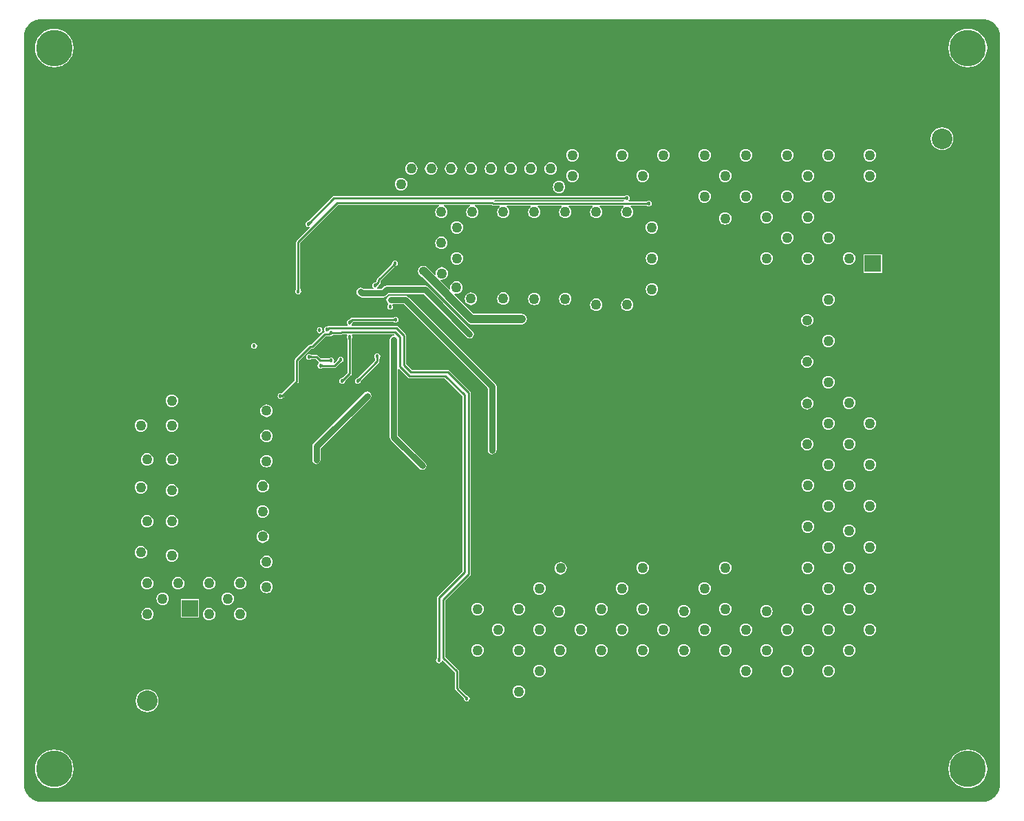
<source format=gbl>
G04*
G04 #@! TF.GenerationSoftware,Altium Limited,Altium Designer,21.6.4 (81)*
G04*
G04 Layer_Physical_Order=4*
G04 Layer_Color=16711680*
%FSLAX25Y25*%
%MOIN*%
G70*
G04*
G04 #@! TF.SameCoordinates,9BFF0DD7-AB89-4675-BB4A-08C2DD0039C6*
G04*
G04*
G04 #@! TF.FilePolarity,Positive*
G04*
G01*
G75*
%ADD13C,0.01000*%
%ADD62C,0.03000*%
%ADD65C,0.04000*%
%ADD66R,0.07874X0.07874*%
%ADD67C,0.07874*%
%ADD68C,0.10000*%
%ADD69C,0.17717*%
%ADD70C,0.05000*%
%ADD71C,0.01800*%
G36*
X167322Y655655D02*
X168771Y655055D01*
X170075Y654184D01*
X171184Y653075D01*
X172055Y651771D01*
X172655Y650322D01*
X172961Y648784D01*
Y648000D01*
Y284700D01*
Y283916D01*
X172655Y282378D01*
X172055Y280929D01*
X171184Y279625D01*
X170075Y278516D01*
X168771Y277645D01*
X167322Y277045D01*
X165784Y276739D01*
X-292284D01*
X-293822Y277045D01*
X-295271Y277645D01*
X-296575Y278516D01*
X-297684Y279625D01*
X-298555Y280929D01*
X-299155Y282378D01*
X-299461Y283916D01*
Y284700D01*
Y648000D01*
Y648784D01*
X-299155Y650322D01*
X-298555Y651771D01*
X-297684Y653075D01*
X-296575Y654184D01*
X-295271Y655055D01*
X-293822Y655655D01*
X-292284Y655961D01*
X165784D01*
X167322Y655655D01*
D02*
G37*
%LPC*%
G36*
X157500Y651404D02*
X155666Y651223D01*
X153901Y650688D01*
X152276Y649819D01*
X150851Y648649D01*
X149681Y647224D01*
X148812Y645599D01*
X148277Y643834D01*
X148097Y642000D01*
X148277Y640166D01*
X148812Y638401D01*
X149681Y636776D01*
X150851Y635351D01*
X152276Y634181D01*
X153901Y633312D01*
X155666Y632777D01*
X157500Y632596D01*
X159335Y632777D01*
X161099Y633312D01*
X162724Y634181D01*
X164149Y635351D01*
X165319Y636776D01*
X166188Y638401D01*
X166723Y640166D01*
X166903Y642000D01*
X166723Y643834D01*
X166188Y645599D01*
X165319Y647224D01*
X164149Y648649D01*
X162724Y649819D01*
X161099Y650688D01*
X159335Y651223D01*
X157500Y651404D01*
D02*
G37*
G36*
X-285000D02*
X-286835Y651223D01*
X-288599Y650688D01*
X-290224Y649819D01*
X-291649Y648649D01*
X-292819Y647224D01*
X-293688Y645599D01*
X-294223Y643834D01*
X-294404Y642000D01*
X-294223Y640166D01*
X-293688Y638401D01*
X-292819Y636776D01*
X-291649Y635351D01*
X-290224Y634181D01*
X-288599Y633312D01*
X-286835Y632777D01*
X-285000Y632596D01*
X-283166Y632777D01*
X-281401Y633312D01*
X-279776Y634181D01*
X-278351Y635351D01*
X-277181Y636776D01*
X-276312Y638401D01*
X-275777Y640166D01*
X-275596Y642000D01*
X-275777Y643834D01*
X-276312Y645599D01*
X-277181Y647224D01*
X-278351Y648649D01*
X-279776Y649819D01*
X-281401Y650688D01*
X-283166Y651223D01*
X-285000Y651404D01*
D02*
G37*
G36*
X145000Y603547D02*
X143564Y603358D01*
X142226Y602804D01*
X141077Y601923D01*
X140196Y600774D01*
X139642Y599436D01*
X139453Y598000D01*
X139642Y596564D01*
X140196Y595226D01*
X141077Y594077D01*
X142226Y593196D01*
X143564Y592642D01*
X145000Y592452D01*
X146436Y592642D01*
X147774Y593196D01*
X148923Y594077D01*
X149804Y595226D01*
X150358Y596564D01*
X150548Y598000D01*
X150358Y599436D01*
X149804Y600774D01*
X148923Y601923D01*
X147774Y602804D01*
X146436Y603358D01*
X145000Y603547D01*
D02*
G37*
G36*
X110000Y593026D02*
X109217Y592923D01*
X108487Y592621D01*
X107860Y592140D01*
X107379Y591513D01*
X107077Y590783D01*
X106974Y590000D01*
X107077Y589217D01*
X107379Y588487D01*
X107860Y587860D01*
X108487Y587380D01*
X109217Y587077D01*
X110000Y586974D01*
X110783Y587077D01*
X111513Y587380D01*
X112140Y587860D01*
X112620Y588487D01*
X112923Y589217D01*
X113026Y590000D01*
X112923Y590783D01*
X112620Y591513D01*
X112140Y592140D01*
X111513Y592621D01*
X110783Y592923D01*
X110000Y593026D01*
D02*
G37*
G36*
X90000D02*
X89217Y592923D01*
X88487Y592621D01*
X87860Y592140D01*
X87379Y591513D01*
X87077Y590783D01*
X86974Y590000D01*
X87077Y589217D01*
X87379Y588487D01*
X87860Y587860D01*
X88487Y587380D01*
X89217Y587077D01*
X90000Y586974D01*
X90783Y587077D01*
X91513Y587380D01*
X92140Y587860D01*
X92620Y588487D01*
X92923Y589217D01*
X93026Y590000D01*
X92923Y590783D01*
X92620Y591513D01*
X92140Y592140D01*
X91513Y592621D01*
X90783Y592923D01*
X90000Y593026D01*
D02*
G37*
G36*
X70000D02*
X69217Y592923D01*
X68487Y592621D01*
X67860Y592140D01*
X67379Y591513D01*
X67077Y590783D01*
X66974Y590000D01*
X67077Y589217D01*
X67379Y588487D01*
X67860Y587860D01*
X68487Y587380D01*
X69217Y587077D01*
X70000Y586974D01*
X70783Y587077D01*
X71513Y587380D01*
X72140Y587860D01*
X72620Y588487D01*
X72923Y589217D01*
X73026Y590000D01*
X72923Y590783D01*
X72620Y591513D01*
X72140Y592140D01*
X71513Y592621D01*
X70783Y592923D01*
X70000Y593026D01*
D02*
G37*
G36*
X50000D02*
X49217Y592923D01*
X48487Y592621D01*
X47860Y592140D01*
X47379Y591513D01*
X47077Y590783D01*
X46974Y590000D01*
X47077Y589217D01*
X47379Y588487D01*
X47860Y587860D01*
X48487Y587380D01*
X49217Y587077D01*
X50000Y586974D01*
X50783Y587077D01*
X51513Y587380D01*
X52140Y587860D01*
X52621Y588487D01*
X52923Y589217D01*
X53026Y590000D01*
X52923Y590783D01*
X52621Y591513D01*
X52140Y592140D01*
X51513Y592621D01*
X50783Y592923D01*
X50000Y593026D01*
D02*
G37*
G36*
X30000D02*
X29217Y592923D01*
X28487Y592621D01*
X27860Y592140D01*
X27380Y591513D01*
X27077Y590783D01*
X26974Y590000D01*
X27077Y589217D01*
X27380Y588487D01*
X27860Y587860D01*
X28487Y587380D01*
X29217Y587077D01*
X30000Y586974D01*
X30783Y587077D01*
X31513Y587380D01*
X32140Y587860D01*
X32620Y588487D01*
X32923Y589217D01*
X33026Y590000D01*
X32923Y590783D01*
X32620Y591513D01*
X32140Y592140D01*
X31513Y592621D01*
X30783Y592923D01*
X30000Y593026D01*
D02*
G37*
G36*
X10000D02*
X9217Y592923D01*
X8487Y592621D01*
X7860Y592140D01*
X7379Y591513D01*
X7077Y590783D01*
X6974Y590000D01*
X7077Y589217D01*
X7379Y588487D01*
X7860Y587860D01*
X8487Y587380D01*
X9217Y587077D01*
X10000Y586974D01*
X10783Y587077D01*
X11513Y587380D01*
X12140Y587860D01*
X12620Y588487D01*
X12923Y589217D01*
X13026Y590000D01*
X12923Y590783D01*
X12620Y591513D01*
X12140Y592140D01*
X11513Y592621D01*
X10783Y592923D01*
X10000Y593026D01*
D02*
G37*
G36*
X-10000D02*
X-10783Y592923D01*
X-11513Y592621D01*
X-12140Y592140D01*
X-12620Y591513D01*
X-12923Y590783D01*
X-13026Y590000D01*
X-12923Y589217D01*
X-12620Y588487D01*
X-12140Y587860D01*
X-11513Y587380D01*
X-10783Y587077D01*
X-10000Y586974D01*
X-9217Y587077D01*
X-8487Y587380D01*
X-7860Y587860D01*
X-7379Y588487D01*
X-7077Y589217D01*
X-6974Y590000D01*
X-7077Y590783D01*
X-7379Y591513D01*
X-7860Y592140D01*
X-8487Y592621D01*
X-9217Y592923D01*
X-10000Y593026D01*
D02*
G37*
G36*
X-34000D02*
X-34783Y592923D01*
X-35513Y592621D01*
X-36140Y592140D01*
X-36621Y591513D01*
X-36923Y590783D01*
X-37026Y590000D01*
X-36923Y589217D01*
X-36621Y588487D01*
X-36140Y587860D01*
X-35513Y587380D01*
X-34783Y587077D01*
X-34000Y586974D01*
X-33217Y587077D01*
X-32487Y587380D01*
X-31860Y587860D01*
X-31380Y588487D01*
X-31077Y589217D01*
X-30974Y590000D01*
X-31077Y590783D01*
X-31380Y591513D01*
X-31860Y592140D01*
X-32487Y592621D01*
X-33217Y592923D01*
X-34000Y593026D01*
D02*
G37*
G36*
X-44571Y586526D02*
X-45355Y586423D01*
X-46084Y586121D01*
X-46711Y585640D01*
X-47192Y585013D01*
X-47494Y584283D01*
X-47597Y583500D01*
X-47494Y582717D01*
X-47192Y581987D01*
X-46711Y581360D01*
X-46084Y580879D01*
X-45355Y580577D01*
X-44571Y580474D01*
X-43788Y580577D01*
X-43058Y580879D01*
X-42432Y581360D01*
X-41951Y581987D01*
X-41649Y582717D01*
X-41546Y583500D01*
X-41649Y584283D01*
X-41951Y585013D01*
X-42432Y585640D01*
X-43058Y586121D01*
X-43788Y586423D01*
X-44571Y586526D01*
D02*
G37*
G36*
X-54214D02*
X-54997Y586423D01*
X-55727Y586121D01*
X-56354Y585640D01*
X-56835Y585013D01*
X-57137Y584283D01*
X-57240Y583500D01*
X-57137Y582717D01*
X-56835Y581987D01*
X-56354Y581360D01*
X-55727Y580879D01*
X-54997Y580577D01*
X-54214Y580474D01*
X-53431Y580577D01*
X-52701Y580879D01*
X-52075Y581360D01*
X-51594Y581987D01*
X-51292Y582717D01*
X-51188Y583500D01*
X-51292Y584283D01*
X-51594Y585013D01*
X-52075Y585640D01*
X-52701Y586121D01*
X-53431Y586423D01*
X-54214Y586526D01*
D02*
G37*
G36*
X-63857D02*
X-64640Y586423D01*
X-65370Y586121D01*
X-65997Y585640D01*
X-66478Y585013D01*
X-66780Y584283D01*
X-66883Y583500D01*
X-66780Y582717D01*
X-66478Y581987D01*
X-65997Y581360D01*
X-65370Y580879D01*
X-64640Y580577D01*
X-63857Y580474D01*
X-63074Y580577D01*
X-62344Y580879D01*
X-61717Y581360D01*
X-61237Y581987D01*
X-60934Y582717D01*
X-60831Y583500D01*
X-60934Y584283D01*
X-61237Y585013D01*
X-61717Y585640D01*
X-62344Y586121D01*
X-63074Y586423D01*
X-63857Y586526D01*
D02*
G37*
G36*
X-73500D02*
X-74283Y586423D01*
X-75013Y586121D01*
X-75640Y585640D01*
X-76121Y585013D01*
X-76423Y584283D01*
X-76526Y583500D01*
X-76423Y582717D01*
X-76121Y581987D01*
X-75640Y581360D01*
X-75013Y580879D01*
X-74283Y580577D01*
X-73500Y580474D01*
X-72717Y580577D01*
X-71987Y580879D01*
X-71360Y581360D01*
X-70880Y581987D01*
X-70577Y582717D01*
X-70474Y583500D01*
X-70577Y584283D01*
X-70880Y585013D01*
X-71360Y585640D01*
X-71987Y586121D01*
X-72717Y586423D01*
X-73500Y586526D01*
D02*
G37*
G36*
X-83143D02*
X-83926Y586423D01*
X-84656Y586121D01*
X-85282Y585640D01*
X-85763Y585013D01*
X-86066Y584283D01*
X-86169Y583500D01*
X-86066Y582717D01*
X-85763Y581987D01*
X-85282Y581360D01*
X-84656Y580879D01*
X-83926Y580577D01*
X-83143Y580474D01*
X-82360Y580577D01*
X-81630Y580879D01*
X-81003Y581360D01*
X-80522Y581987D01*
X-80220Y582717D01*
X-80117Y583500D01*
X-80220Y584283D01*
X-80522Y585013D01*
X-81003Y585640D01*
X-81630Y586121D01*
X-82360Y586423D01*
X-83143Y586526D01*
D02*
G37*
G36*
X-92786D02*
X-93569Y586423D01*
X-94299Y586121D01*
X-94925Y585640D01*
X-95406Y585013D01*
X-95709Y584283D01*
X-95812Y583500D01*
X-95709Y582717D01*
X-95406Y581987D01*
X-94925Y581360D01*
X-94299Y580879D01*
X-93569Y580577D01*
X-92786Y580474D01*
X-92002Y580577D01*
X-91273Y580879D01*
X-90646Y581360D01*
X-90165Y581987D01*
X-89863Y582717D01*
X-89760Y583500D01*
X-89863Y584283D01*
X-90165Y585013D01*
X-90646Y585640D01*
X-91273Y586121D01*
X-92002Y586423D01*
X-92786Y586526D01*
D02*
G37*
G36*
X-102428D02*
X-103212Y586423D01*
X-103942Y586121D01*
X-104568Y585640D01*
X-105049Y585013D01*
X-105351Y584283D01*
X-105454Y583500D01*
X-105351Y582717D01*
X-105049Y581987D01*
X-104568Y581360D01*
X-103942Y580879D01*
X-103212Y580577D01*
X-102428Y580474D01*
X-101645Y580577D01*
X-100916Y580879D01*
X-100289Y581360D01*
X-99808Y581987D01*
X-99506Y582717D01*
X-99403Y583500D01*
X-99506Y584283D01*
X-99808Y585013D01*
X-100289Y585640D01*
X-100916Y586121D01*
X-101645Y586423D01*
X-102428Y586526D01*
D02*
G37*
G36*
X-112071D02*
X-112855Y586423D01*
X-113584Y586121D01*
X-114211Y585640D01*
X-114692Y585013D01*
X-114994Y584283D01*
X-115097Y583500D01*
X-114994Y582717D01*
X-114692Y581987D01*
X-114211Y581360D01*
X-113584Y580879D01*
X-112855Y580577D01*
X-112071Y580474D01*
X-111288Y580577D01*
X-110558Y580879D01*
X-109932Y581360D01*
X-109451Y581987D01*
X-109149Y582717D01*
X-109046Y583500D01*
X-109149Y584283D01*
X-109451Y585013D01*
X-109932Y585640D01*
X-110558Y586121D01*
X-111288Y586423D01*
X-112071Y586526D01*
D02*
G37*
G36*
X110000Y583026D02*
X109217Y582923D01*
X108487Y582620D01*
X107860Y582140D01*
X107379Y581513D01*
X107077Y580783D01*
X106974Y580000D01*
X107077Y579217D01*
X107379Y578487D01*
X107860Y577860D01*
X108487Y577380D01*
X109217Y577077D01*
X110000Y576974D01*
X110783Y577077D01*
X111513Y577380D01*
X112140Y577860D01*
X112620Y578487D01*
X112923Y579217D01*
X113026Y580000D01*
X112923Y580783D01*
X112620Y581513D01*
X112140Y582140D01*
X111513Y582620D01*
X110783Y582923D01*
X110000Y583026D01*
D02*
G37*
G36*
X80000D02*
X79217Y582923D01*
X78487Y582620D01*
X77860Y582140D01*
X77380Y581513D01*
X77077Y580783D01*
X76974Y580000D01*
X77077Y579217D01*
X77380Y578487D01*
X77860Y577860D01*
X78487Y577380D01*
X79217Y577077D01*
X80000Y576974D01*
X80783Y577077D01*
X81513Y577380D01*
X82140Y577860D01*
X82621Y578487D01*
X82923Y579217D01*
X83026Y580000D01*
X82923Y580783D01*
X82621Y581513D01*
X82140Y582140D01*
X81513Y582620D01*
X80783Y582923D01*
X80000Y583026D01*
D02*
G37*
G36*
X40000D02*
X39217Y582923D01*
X38487Y582620D01*
X37860Y582140D01*
X37380Y581513D01*
X37077Y580783D01*
X36974Y580000D01*
X37077Y579217D01*
X37380Y578487D01*
X37860Y577860D01*
X38487Y577380D01*
X39217Y577077D01*
X40000Y576974D01*
X40783Y577077D01*
X41513Y577380D01*
X42140Y577860D01*
X42621Y578487D01*
X42923Y579217D01*
X43026Y580000D01*
X42923Y580783D01*
X42621Y581513D01*
X42140Y582140D01*
X41513Y582620D01*
X40783Y582923D01*
X40000Y583026D01*
D02*
G37*
G36*
X0D02*
X-783Y582923D01*
X-1513Y582620D01*
X-2140Y582140D01*
X-2620Y581513D01*
X-2923Y580783D01*
X-3026Y580000D01*
X-2923Y579217D01*
X-2620Y578487D01*
X-2140Y577860D01*
X-1513Y577380D01*
X-783Y577077D01*
X0Y576974D01*
X783Y577077D01*
X1513Y577380D01*
X2140Y577860D01*
X2620Y578487D01*
X2923Y579217D01*
X3026Y580000D01*
X2923Y580783D01*
X2620Y581513D01*
X2140Y582140D01*
X1513Y582620D01*
X783Y582923D01*
X0Y583026D01*
D02*
G37*
G36*
X-34000D02*
X-34783Y582923D01*
X-35513Y582620D01*
X-36140Y582140D01*
X-36621Y581513D01*
X-36923Y580783D01*
X-37026Y580000D01*
X-36923Y579217D01*
X-36621Y578487D01*
X-36140Y577860D01*
X-35513Y577380D01*
X-34783Y577077D01*
X-34000Y576974D01*
X-33217Y577077D01*
X-32487Y577380D01*
X-31860Y577860D01*
X-31380Y578487D01*
X-31077Y579217D01*
X-30974Y580000D01*
X-31077Y580783D01*
X-31380Y581513D01*
X-31860Y582140D01*
X-32487Y582620D01*
X-33217Y582923D01*
X-34000Y583026D01*
D02*
G37*
G36*
X-117000Y579026D02*
X-117783Y578923D01*
X-118513Y578620D01*
X-119140Y578140D01*
X-119621Y577513D01*
X-119923Y576783D01*
X-120026Y576000D01*
X-119923Y575217D01*
X-119621Y574487D01*
X-119140Y573860D01*
X-118513Y573380D01*
X-117783Y573077D01*
X-117000Y572974D01*
X-116217Y573077D01*
X-115487Y573380D01*
X-114860Y573860D01*
X-114380Y574487D01*
X-114077Y575217D01*
X-113974Y576000D01*
X-114077Y576783D01*
X-114380Y577513D01*
X-114860Y578140D01*
X-115487Y578620D01*
X-116217Y578923D01*
X-117000Y579026D01*
D02*
G37*
G36*
X-40500Y577655D02*
X-41283Y577552D01*
X-42013Y577250D01*
X-42640Y576769D01*
X-43121Y576142D01*
X-43423Y575413D01*
X-43526Y574629D01*
X-43423Y573846D01*
X-43121Y573116D01*
X-42640Y572490D01*
X-42013Y572009D01*
X-41283Y571707D01*
X-40500Y571604D01*
X-39717Y571707D01*
X-38987Y572009D01*
X-38360Y572490D01*
X-37879Y573116D01*
X-37577Y573846D01*
X-37474Y574629D01*
X-37577Y575413D01*
X-37879Y576142D01*
X-38360Y576769D01*
X-38987Y577250D01*
X-39717Y577552D01*
X-40500Y577655D01*
D02*
G37*
G36*
X90000Y573026D02*
X89217Y572923D01*
X88487Y572620D01*
X87860Y572140D01*
X87379Y571513D01*
X87077Y570783D01*
X86974Y570000D01*
X87077Y569217D01*
X87379Y568487D01*
X87860Y567860D01*
X88487Y567380D01*
X89217Y567077D01*
X90000Y566974D01*
X90783Y567077D01*
X91513Y567380D01*
X92140Y567860D01*
X92620Y568487D01*
X92923Y569217D01*
X93026Y570000D01*
X92923Y570783D01*
X92620Y571513D01*
X92140Y572140D01*
X91513Y572620D01*
X90783Y572923D01*
X90000Y573026D01*
D02*
G37*
G36*
X70000D02*
X69217Y572923D01*
X68487Y572620D01*
X67860Y572140D01*
X67379Y571513D01*
X67077Y570783D01*
X66974Y570000D01*
X67077Y569217D01*
X67379Y568487D01*
X67860Y567860D01*
X68487Y567380D01*
X69217Y567077D01*
X70000Y566974D01*
X70783Y567077D01*
X71513Y567380D01*
X72140Y567860D01*
X72620Y568487D01*
X72923Y569217D01*
X73026Y570000D01*
X72923Y570783D01*
X72620Y571513D01*
X72140Y572140D01*
X71513Y572620D01*
X70783Y572923D01*
X70000Y573026D01*
D02*
G37*
G36*
X50000D02*
X49217Y572923D01*
X48487Y572620D01*
X47860Y572140D01*
X47379Y571513D01*
X47077Y570783D01*
X46974Y570000D01*
X47077Y569217D01*
X47379Y568487D01*
X47860Y567860D01*
X48487Y567380D01*
X49217Y567077D01*
X50000Y566974D01*
X50783Y567077D01*
X51513Y567380D01*
X52140Y567860D01*
X52621Y568487D01*
X52923Y569217D01*
X53026Y570000D01*
X52923Y570783D01*
X52621Y571513D01*
X52140Y572140D01*
X51513Y572620D01*
X50783Y572923D01*
X50000Y573026D01*
D02*
G37*
G36*
X30000D02*
X29217Y572923D01*
X28487Y572620D01*
X27860Y572140D01*
X27380Y571513D01*
X27077Y570783D01*
X26974Y570000D01*
X27077Y569217D01*
X27380Y568487D01*
X27860Y567860D01*
X28487Y567380D01*
X29217Y567077D01*
X30000Y566974D01*
X30783Y567077D01*
X31513Y567380D01*
X32140Y567860D01*
X32620Y568487D01*
X32923Y569217D01*
X33026Y570000D01*
X32923Y570783D01*
X32620Y571513D01*
X32140Y572140D01*
X31513Y572620D01*
X30783Y572923D01*
X30000Y573026D01*
D02*
G37*
G36*
X-7700Y570627D02*
X-8246Y570519D01*
X-8603Y570280D01*
X-8624Y570280D01*
X-8644Y570271D01*
X-8648Y570271D01*
X-8651Y570269D01*
X-8652Y570269D01*
X-8676Y570263D01*
X-8703Y570259D01*
X-8913Y570242D01*
X-8995Y570241D01*
X-9046Y570220D01*
X-149500D01*
X-149890Y570142D01*
X-150221Y569921D01*
X-161769Y558372D01*
X-161820Y558352D01*
X-161886Y558288D01*
X-161937Y558241D01*
X-162035Y558161D01*
X-162062Y558142D01*
X-162083Y558129D01*
X-162083Y558128D01*
X-162086Y558128D01*
X-162090Y558125D01*
X-162110Y558117D01*
X-162125Y558103D01*
X-162546Y558019D01*
X-163009Y557709D01*
X-163319Y557246D01*
X-163427Y556700D01*
X-163319Y556154D01*
X-163009Y555691D01*
X-162546Y555381D01*
X-162000Y555273D01*
X-161471Y555378D01*
X-161437Y555356D01*
X-161177Y554965D01*
X-167521Y548621D01*
X-167742Y548290D01*
X-167820Y547900D01*
Y525346D01*
X-167841Y525295D01*
X-167842Y525204D01*
X-167845Y525135D01*
X-167858Y525008D01*
X-167863Y524976D01*
X-167869Y524952D01*
X-167869Y524951D01*
X-167871Y524949D01*
X-167871Y524944D01*
X-167880Y524924D01*
X-167880Y524903D01*
X-168119Y524546D01*
X-168227Y524000D01*
X-168119Y523454D01*
X-167809Y522991D01*
X-167346Y522681D01*
X-166800Y522573D01*
X-166254Y522681D01*
X-165791Y522991D01*
X-165481Y523454D01*
X-165373Y524000D01*
X-165481Y524546D01*
X-165720Y524903D01*
X-165720Y524924D01*
X-165729Y524944D01*
X-165729Y524949D01*
X-165731Y524951D01*
X-165731Y524952D01*
X-165737Y524976D01*
X-165742Y525003D01*
X-165758Y525213D01*
X-165759Y525295D01*
X-165780Y525346D01*
Y547478D01*
X-147478Y565780D01*
X-98726D01*
X-98627Y565280D01*
X-99013Y565121D01*
X-99640Y564640D01*
X-100120Y564013D01*
X-100423Y563283D01*
X-100526Y562500D01*
X-100423Y561717D01*
X-100120Y560987D01*
X-99640Y560360D01*
X-99013Y559879D01*
X-98283Y559577D01*
X-97500Y559474D01*
X-96717Y559577D01*
X-95987Y559879D01*
X-95360Y560360D01*
X-94880Y560987D01*
X-94577Y561717D01*
X-94474Y562500D01*
X-94577Y563283D01*
X-94880Y564013D01*
X-95360Y564640D01*
X-95987Y565121D01*
X-96373Y565280D01*
X-96274Y565780D01*
X-83726D01*
X-83627Y565280D01*
X-84013Y565121D01*
X-84640Y564640D01*
X-85120Y564013D01*
X-85423Y563283D01*
X-85526Y562500D01*
X-85423Y561717D01*
X-85120Y560987D01*
X-84640Y560360D01*
X-84013Y559879D01*
X-83283Y559577D01*
X-82500Y559474D01*
X-81717Y559577D01*
X-80987Y559879D01*
X-80360Y560360D01*
X-79879Y560987D01*
X-79577Y561717D01*
X-79474Y562500D01*
X-79577Y563283D01*
X-79879Y564013D01*
X-80360Y564640D01*
X-80987Y565121D01*
X-81373Y565280D01*
X-81274Y565780D01*
X-73096D01*
X-72870Y565630D01*
X-72480Y565553D01*
X-69234D01*
X-69162Y565411D01*
X-69102Y565053D01*
X-69640Y564640D01*
X-70121Y564013D01*
X-70423Y563283D01*
X-70526Y562500D01*
X-70423Y561717D01*
X-70121Y560987D01*
X-69640Y560360D01*
X-69013Y559879D01*
X-68283Y559577D01*
X-67500Y559474D01*
X-66717Y559577D01*
X-65987Y559879D01*
X-65360Y560360D01*
X-64880Y560987D01*
X-64577Y561717D01*
X-64474Y562500D01*
X-64577Y563283D01*
X-64880Y564013D01*
X-65360Y564640D01*
X-65898Y565053D01*
X-65838Y565411D01*
X-65766Y565553D01*
X-54234D01*
X-54162Y565411D01*
X-54102Y565053D01*
X-54640Y564640D01*
X-55120Y564013D01*
X-55423Y563283D01*
X-55526Y562500D01*
X-55423Y561717D01*
X-55120Y560987D01*
X-54640Y560360D01*
X-54013Y559879D01*
X-53283Y559577D01*
X-52500Y559474D01*
X-51717Y559577D01*
X-50987Y559879D01*
X-50360Y560360D01*
X-49880Y560987D01*
X-49577Y561717D01*
X-49474Y562500D01*
X-49577Y563283D01*
X-49880Y564013D01*
X-50360Y564640D01*
X-50898Y565053D01*
X-50838Y565411D01*
X-50766Y565553D01*
X-39234D01*
X-39162Y565411D01*
X-39102Y565053D01*
X-39640Y564640D01*
X-40121Y564013D01*
X-40423Y563283D01*
X-40526Y562500D01*
X-40423Y561717D01*
X-40121Y560987D01*
X-39640Y560360D01*
X-39013Y559879D01*
X-38283Y559577D01*
X-37500Y559474D01*
X-36717Y559577D01*
X-35987Y559879D01*
X-35360Y560360D01*
X-34879Y560987D01*
X-34577Y561717D01*
X-34474Y562500D01*
X-34577Y563283D01*
X-34879Y564013D01*
X-35360Y564640D01*
X-35898Y565053D01*
X-35838Y565411D01*
X-35766Y565553D01*
X-24234D01*
X-24162Y565411D01*
X-24102Y565053D01*
X-24640Y564640D01*
X-25120Y564013D01*
X-25423Y563283D01*
X-25526Y562500D01*
X-25423Y561717D01*
X-25120Y560987D01*
X-24640Y560360D01*
X-24013Y559879D01*
X-23283Y559577D01*
X-22500Y559474D01*
X-21717Y559577D01*
X-20987Y559879D01*
X-20360Y560360D01*
X-19880Y560987D01*
X-19577Y561717D01*
X-19474Y562500D01*
X-19577Y563283D01*
X-19880Y564013D01*
X-20360Y564640D01*
X-20898Y565053D01*
X-20838Y565411D01*
X-20766Y565553D01*
X-9234D01*
X-9162Y565411D01*
X-9102Y565053D01*
X-9640Y564640D01*
X-10120Y564013D01*
X-10423Y563283D01*
X-10526Y562500D01*
X-10423Y561717D01*
X-10120Y560987D01*
X-9640Y560360D01*
X-9013Y559879D01*
X-8283Y559577D01*
X-7500Y559474D01*
X-6717Y559577D01*
X-5987Y559879D01*
X-5360Y560360D01*
X-4879Y560987D01*
X-4577Y561717D01*
X-4474Y562500D01*
X-4577Y563283D01*
X-4879Y564013D01*
X-5360Y564640D01*
X-5898Y565053D01*
X-5838Y565411D01*
X-5766Y565553D01*
X1582D01*
X1633Y565531D01*
X1724Y565530D01*
X1793Y565527D01*
X1920Y565515D01*
X1952Y565509D01*
X1976Y565503D01*
X1977Y565503D01*
X1980Y565501D01*
X1984Y565501D01*
X2004Y565492D01*
X2025Y565492D01*
X2382Y565253D01*
X2928Y565145D01*
X3474Y565253D01*
X3937Y565563D01*
X4247Y566026D01*
X4355Y566572D01*
X4247Y567118D01*
X3937Y567581D01*
X3474Y567891D01*
X2928Y568000D01*
X2382Y567891D01*
X2025Y567652D01*
X2004Y567652D01*
X1984Y567643D01*
X1980Y567643D01*
X1977Y567641D01*
X1976Y567641D01*
X1952Y567635D01*
X1925Y567630D01*
X1715Y567614D01*
X1633Y567613D01*
X1582Y567592D01*
X-6687D01*
X-6839Y568092D01*
X-6691Y568191D01*
X-6381Y568654D01*
X-6273Y569200D01*
X-6381Y569746D01*
X-6691Y570209D01*
X-7154Y570519D01*
X-7700Y570627D01*
D02*
G37*
G36*
X80000Y563026D02*
X79217Y562923D01*
X78487Y562620D01*
X77860Y562140D01*
X77380Y561513D01*
X77077Y560783D01*
X76974Y560000D01*
X77077Y559217D01*
X77380Y558487D01*
X77860Y557860D01*
X78487Y557379D01*
X79217Y557077D01*
X80000Y556974D01*
X80783Y557077D01*
X81513Y557379D01*
X82140Y557860D01*
X82621Y558487D01*
X82923Y559217D01*
X83026Y560000D01*
X82923Y560783D01*
X82621Y561513D01*
X82140Y562140D01*
X81513Y562620D01*
X80783Y562923D01*
X80000Y563026D01*
D02*
G37*
G36*
X60000D02*
X59217Y562923D01*
X58487Y562620D01*
X57860Y562140D01*
X57380Y561513D01*
X57077Y560783D01*
X56974Y560000D01*
X57077Y559217D01*
X57380Y558487D01*
X57860Y557860D01*
X58487Y557379D01*
X59217Y557077D01*
X60000Y556974D01*
X60783Y557077D01*
X61513Y557379D01*
X62140Y557860D01*
X62621Y558487D01*
X62923Y559217D01*
X63026Y560000D01*
X62923Y560783D01*
X62621Y561513D01*
X62140Y562140D01*
X61513Y562620D01*
X60783Y562923D01*
X60000Y563026D01*
D02*
G37*
G36*
X39985Y562399D02*
X39202Y562296D01*
X38473Y561994D01*
X37846Y561513D01*
X37365Y560886D01*
X37063Y560156D01*
X36960Y559373D01*
X37063Y558590D01*
X37365Y557860D01*
X37846Y557234D01*
X38473Y556753D01*
X39202Y556450D01*
X39985Y556347D01*
X40769Y556450D01*
X41498Y556753D01*
X42125Y557234D01*
X42606Y557860D01*
X42908Y558590D01*
X43011Y559373D01*
X42908Y560156D01*
X42606Y560886D01*
X42125Y561513D01*
X41498Y561994D01*
X40769Y562296D01*
X39985Y562399D01*
D02*
G37*
G36*
X-90000Y558026D02*
X-90783Y557923D01*
X-91513Y557620D01*
X-92140Y557140D01*
X-92620Y556513D01*
X-92923Y555783D01*
X-93026Y555000D01*
X-92923Y554217D01*
X-92620Y553487D01*
X-92140Y552860D01*
X-91513Y552380D01*
X-90783Y552077D01*
X-90000Y551974D01*
X-89217Y552077D01*
X-88487Y552380D01*
X-87860Y552860D01*
X-87379Y553487D01*
X-87077Y554217D01*
X-86974Y555000D01*
X-87077Y555783D01*
X-87379Y556513D01*
X-87860Y557140D01*
X-88487Y557620D01*
X-89217Y557923D01*
X-90000Y558026D01*
D02*
G37*
G36*
X4465Y557978D02*
X3682Y557875D01*
X2953Y557572D01*
X2326Y557092D01*
X1845Y556465D01*
X1543Y555735D01*
X1440Y554952D01*
X1543Y554169D01*
X1845Y553439D01*
X2326Y552812D01*
X2953Y552331D01*
X3682Y552029D01*
X4465Y551926D01*
X5249Y552029D01*
X5978Y552331D01*
X6605Y552812D01*
X7086Y553439D01*
X7388Y554169D01*
X7491Y554952D01*
X7388Y555735D01*
X7086Y556465D01*
X6605Y557092D01*
X5978Y557572D01*
X5249Y557875D01*
X4465Y557978D01*
D02*
G37*
G36*
X90000Y553026D02*
X89217Y552923D01*
X88487Y552621D01*
X87860Y552140D01*
X87379Y551513D01*
X87077Y550783D01*
X86974Y550000D01*
X87077Y549217D01*
X87379Y548487D01*
X87860Y547860D01*
X88487Y547379D01*
X89217Y547077D01*
X90000Y546974D01*
X90783Y547077D01*
X91513Y547379D01*
X92140Y547860D01*
X92620Y548487D01*
X92923Y549217D01*
X93026Y550000D01*
X92923Y550783D01*
X92620Y551513D01*
X92140Y552140D01*
X91513Y552621D01*
X90783Y552923D01*
X90000Y553026D01*
D02*
G37*
G36*
X70000D02*
X69217Y552923D01*
X68487Y552621D01*
X67860Y552140D01*
X67379Y551513D01*
X67077Y550783D01*
X66974Y550000D01*
X67077Y549217D01*
X67379Y548487D01*
X67860Y547860D01*
X68487Y547379D01*
X69217Y547077D01*
X70000Y546974D01*
X70783Y547077D01*
X71513Y547379D01*
X72140Y547860D01*
X72620Y548487D01*
X72923Y549217D01*
X73026Y550000D01*
X72923Y550783D01*
X72620Y551513D01*
X72140Y552140D01*
X71513Y552621D01*
X70783Y552923D01*
X70000Y553026D01*
D02*
G37*
G36*
X-97500Y550526D02*
X-98283Y550423D01*
X-99013Y550120D01*
X-99640Y549640D01*
X-100120Y549013D01*
X-100423Y548283D01*
X-100526Y547500D01*
X-100423Y546717D01*
X-100120Y545987D01*
X-99640Y545360D01*
X-99013Y544879D01*
X-98283Y544577D01*
X-97500Y544474D01*
X-96717Y544577D01*
X-95987Y544879D01*
X-95360Y545360D01*
X-94880Y545987D01*
X-94577Y546717D01*
X-94474Y547500D01*
X-94577Y548283D01*
X-94880Y549013D01*
X-95360Y549640D01*
X-95987Y550120D01*
X-96717Y550423D01*
X-97500Y550526D01*
D02*
G37*
G36*
X100000Y543026D02*
X99217Y542923D01*
X98487Y542621D01*
X97860Y542140D01*
X97379Y541513D01*
X97077Y540783D01*
X96974Y540000D01*
X97077Y539217D01*
X97379Y538487D01*
X97860Y537860D01*
X98487Y537380D01*
X99217Y537077D01*
X100000Y536974D01*
X100783Y537077D01*
X101513Y537380D01*
X102140Y537860D01*
X102620Y538487D01*
X102923Y539217D01*
X103026Y540000D01*
X102923Y540783D01*
X102620Y541513D01*
X102140Y542140D01*
X101513Y542621D01*
X100783Y542923D01*
X100000Y543026D01*
D02*
G37*
G36*
X80000D02*
X79217Y542923D01*
X78487Y542621D01*
X77860Y542140D01*
X77380Y541513D01*
X77077Y540783D01*
X76974Y540000D01*
X77077Y539217D01*
X77380Y538487D01*
X77860Y537860D01*
X78487Y537380D01*
X79217Y537077D01*
X80000Y536974D01*
X80783Y537077D01*
X81513Y537380D01*
X82140Y537860D01*
X82621Y538487D01*
X82923Y539217D01*
X83026Y540000D01*
X82923Y540783D01*
X82621Y541513D01*
X82140Y542140D01*
X81513Y542621D01*
X80783Y542923D01*
X80000Y543026D01*
D02*
G37*
G36*
X60000D02*
X59217Y542923D01*
X58487Y542621D01*
X57860Y542140D01*
X57380Y541513D01*
X57077Y540783D01*
X56974Y540000D01*
X57077Y539217D01*
X57380Y538487D01*
X57860Y537860D01*
X58487Y537380D01*
X59217Y537077D01*
X60000Y536974D01*
X60783Y537077D01*
X61513Y537380D01*
X62140Y537860D01*
X62621Y538487D01*
X62923Y539217D01*
X63026Y540000D01*
X62923Y540783D01*
X62621Y541513D01*
X62140Y542140D01*
X61513Y542621D01*
X60783Y542923D01*
X60000Y543026D01*
D02*
G37*
G36*
X4500D02*
X3717Y542923D01*
X2987Y542621D01*
X2360Y542140D01*
X1880Y541513D01*
X1577Y540783D01*
X1474Y540000D01*
X1577Y539217D01*
X1880Y538487D01*
X2360Y537860D01*
X2987Y537380D01*
X3717Y537077D01*
X4500Y536974D01*
X5283Y537077D01*
X6013Y537380D01*
X6640Y537860D01*
X7120Y538487D01*
X7423Y539217D01*
X7526Y540000D01*
X7423Y540783D01*
X7120Y541513D01*
X6640Y542140D01*
X6013Y542621D01*
X5283Y542923D01*
X4500Y543026D01*
D02*
G37*
G36*
X-90000D02*
X-90783Y542923D01*
X-91513Y542621D01*
X-92140Y542140D01*
X-92620Y541513D01*
X-92923Y540783D01*
X-93026Y540000D01*
X-92923Y539217D01*
X-92620Y538487D01*
X-92140Y537860D01*
X-91513Y537380D01*
X-90783Y537077D01*
X-90000Y536974D01*
X-89217Y537077D01*
X-88487Y537380D01*
X-87860Y537860D01*
X-87379Y538487D01*
X-87077Y539217D01*
X-86974Y540000D01*
X-87077Y540783D01*
X-87379Y541513D01*
X-87860Y542140D01*
X-88487Y542621D01*
X-89217Y542923D01*
X-90000Y543026D01*
D02*
G37*
G36*
X115937Y541894D02*
X107063D01*
Y533020D01*
X115937D01*
Y541894D01*
D02*
G37*
G36*
X-106069Y536318D02*
X-106369D01*
X-107345Y536124D01*
X-108172Y535572D01*
X-108724Y534745D01*
X-108918Y533769D01*
X-108724Y532794D01*
X-108172Y531967D01*
X-107345Y531414D01*
X-107313Y531408D01*
X-84702Y508798D01*
X-83876Y508245D01*
X-82900Y508051D01*
X-58500D01*
X-57525Y508245D01*
X-56698Y508798D01*
X-56145Y509624D01*
X-55951Y510600D01*
X-56145Y511576D01*
X-56698Y512402D01*
X-57525Y512955D01*
X-58500Y513149D01*
X-81844D01*
X-91164Y522469D01*
X-91075Y522713D01*
X-90908Y522919D01*
X-90213Y522828D01*
X-89430Y522931D01*
X-88700Y523233D01*
X-88073Y523714D01*
X-87592Y524341D01*
X-87290Y525071D01*
X-87187Y525854D01*
X-87290Y526637D01*
X-87592Y527367D01*
X-88073Y527993D01*
X-88700Y528474D01*
X-89430Y528777D01*
X-90213Y528880D01*
X-90996Y528777D01*
X-91726Y528474D01*
X-92353Y527993D01*
X-92833Y527367D01*
X-93136Y526637D01*
X-93239Y525854D01*
X-93147Y525159D01*
X-93353Y524991D01*
X-93598Y524902D01*
X-98002Y529306D01*
X-97768Y529780D01*
X-97261Y529713D01*
X-96478Y529816D01*
X-95748Y530119D01*
X-95121Y530599D01*
X-94640Y531226D01*
X-94338Y531956D01*
X-94235Y532739D01*
X-94338Y533522D01*
X-94640Y534252D01*
X-95121Y534879D01*
X-95748Y535360D01*
X-96478Y535662D01*
X-97261Y535765D01*
X-98044Y535662D01*
X-98774Y535360D01*
X-99401Y534879D01*
X-99881Y534252D01*
X-100184Y533522D01*
X-100287Y532739D01*
X-100220Y532232D01*
X-100694Y531998D01*
X-104267Y535572D01*
X-105094Y536124D01*
X-106069Y536318D01*
D02*
G37*
G36*
X-120000Y539027D02*
X-120546Y538919D01*
X-121009Y538609D01*
X-121319Y538146D01*
X-121427Y537600D01*
X-121410Y537512D01*
X-121412Y537510D01*
X-121415Y537496D01*
X-121421Y537486D01*
X-121437Y537461D01*
X-121460Y537430D01*
X-121550Y537325D01*
X-121608Y537265D01*
X-121626Y537219D01*
X-121668Y537192D01*
X-121672Y537171D01*
X-128527Y530316D01*
X-128748Y529985D01*
X-128825Y529595D01*
Y528922D01*
X-129274Y528473D01*
X-129325Y528453D01*
X-129391Y528389D01*
X-129442Y528342D01*
X-129540Y528261D01*
X-129568Y528242D01*
X-129588Y528229D01*
X-129589Y528228D01*
X-129593Y528227D01*
X-129596Y528225D01*
X-129616Y528217D01*
X-129632Y528201D01*
X-130046Y528119D01*
X-130509Y527809D01*
X-130819Y527346D01*
X-130927Y526800D01*
X-130819Y526254D01*
X-130509Y525791D01*
X-130290Y525644D01*
X-130442Y525144D01*
X-135060D01*
X-135158Y525242D01*
X-135820Y525684D01*
X-136600Y525839D01*
X-137380Y525684D01*
X-138042Y525242D01*
X-138484Y524580D01*
X-138639Y523800D01*
X-138484Y523020D01*
X-138042Y522358D01*
X-137347Y521663D01*
X-136685Y521221D01*
X-135905Y521066D01*
X-125706D01*
X-124926Y521221D01*
X-124264Y521663D01*
X-123197Y522730D01*
X-106114D01*
X-85242Y501858D01*
X-84580Y501416D01*
X-83800Y501261D01*
X-83020Y501416D01*
X-82358Y501858D01*
X-81916Y502520D01*
X-81761Y503300D01*
X-81916Y504080D01*
X-82358Y504742D01*
X-103827Y526211D01*
X-104489Y526653D01*
X-105269Y526808D01*
X-124042D01*
X-124822Y526653D01*
X-125484Y526211D01*
X-126551Y525144D01*
X-128558D01*
X-128710Y525644D01*
X-128491Y525791D01*
X-128181Y526254D01*
X-128096Y526682D01*
X-128082Y526696D01*
X-128075Y526717D01*
X-128072Y526720D01*
X-128071Y526723D01*
X-128059Y526744D01*
X-128043Y526766D01*
X-127906Y526926D01*
X-127849Y526985D01*
X-127829Y527036D01*
X-127085Y527779D01*
X-126864Y528110D01*
X-126786Y528500D01*
Y529173D01*
X-120047Y535912D01*
X-119996Y535932D01*
X-119930Y535998D01*
X-119816Y536103D01*
X-119729Y536175D01*
X-119706Y536193D01*
X-119693Y536201D01*
X-119686Y536204D01*
X-119684Y536206D01*
X-119670Y536214D01*
X-119647Y536243D01*
X-119454Y536281D01*
X-118991Y536591D01*
X-118681Y537054D01*
X-118573Y537600D01*
X-118681Y538146D01*
X-118991Y538609D01*
X-119454Y538919D01*
X-120000Y539027D01*
D02*
G37*
G36*
X4500Y528026D02*
X3717Y527923D01*
X2987Y527621D01*
X2360Y527140D01*
X1880Y526513D01*
X1577Y525783D01*
X1474Y525000D01*
X1577Y524217D01*
X1880Y523487D01*
X2360Y522860D01*
X2987Y522379D01*
X3717Y522077D01*
X4500Y521974D01*
X5283Y522077D01*
X6013Y522379D01*
X6640Y522860D01*
X7120Y523487D01*
X7423Y524217D01*
X7526Y525000D01*
X7423Y525783D01*
X7120Y526513D01*
X6640Y527140D01*
X6013Y527621D01*
X5283Y527923D01*
X4500Y528026D01*
D02*
G37*
G36*
X-67500Y523526D02*
X-68283Y523423D01*
X-69013Y523120D01*
X-69640Y522640D01*
X-70121Y522013D01*
X-70423Y521283D01*
X-70526Y520500D01*
X-70423Y519717D01*
X-70121Y518987D01*
X-69640Y518360D01*
X-69013Y517879D01*
X-68283Y517577D01*
X-67500Y517474D01*
X-66717Y517577D01*
X-65987Y517879D01*
X-65360Y518360D01*
X-64880Y518987D01*
X-64577Y519717D01*
X-64474Y520500D01*
X-64577Y521283D01*
X-64880Y522013D01*
X-65360Y522640D01*
X-65987Y523120D01*
X-66717Y523423D01*
X-67500Y523526D01*
D02*
G37*
G36*
X-83176Y523463D02*
X-83959Y523359D01*
X-84689Y523057D01*
X-85315Y522576D01*
X-85796Y521950D01*
X-86098Y521220D01*
X-86202Y520437D01*
X-86098Y519654D01*
X-85796Y518924D01*
X-85315Y518297D01*
X-84689Y517816D01*
X-83959Y517514D01*
X-83176Y517411D01*
X-82392Y517514D01*
X-81663Y517816D01*
X-81036Y518297D01*
X-80555Y518924D01*
X-80253Y519654D01*
X-80150Y520437D01*
X-80253Y521220D01*
X-80555Y521950D01*
X-81036Y522576D01*
X-81663Y523057D01*
X-82392Y523359D01*
X-83176Y523463D01*
D02*
G37*
G36*
X-37500Y523386D02*
X-38283Y523283D01*
X-39013Y522981D01*
X-39640Y522500D01*
X-40121Y521873D01*
X-40423Y521143D01*
X-40526Y520360D01*
X-40423Y519577D01*
X-40121Y518847D01*
X-39640Y518221D01*
X-39013Y517740D01*
X-38283Y517438D01*
X-37500Y517335D01*
X-36717Y517438D01*
X-35987Y517740D01*
X-35360Y518221D01*
X-34879Y518847D01*
X-34577Y519577D01*
X-34474Y520360D01*
X-34577Y521143D01*
X-34879Y521873D01*
X-35360Y522500D01*
X-35987Y522981D01*
X-36717Y523283D01*
X-37500Y523386D01*
D02*
G37*
G36*
X-52500D02*
X-53283Y523283D01*
X-54013Y522981D01*
X-54640Y522500D01*
X-55120Y521873D01*
X-55423Y521143D01*
X-55526Y520360D01*
X-55423Y519577D01*
X-55120Y518847D01*
X-54640Y518221D01*
X-54013Y517740D01*
X-53283Y517438D01*
X-52500Y517335D01*
X-51717Y517438D01*
X-50987Y517740D01*
X-50360Y518221D01*
X-49880Y518847D01*
X-49577Y519577D01*
X-49474Y520360D01*
X-49577Y521143D01*
X-49880Y521873D01*
X-50360Y522500D01*
X-50987Y522981D01*
X-51717Y523283D01*
X-52500Y523386D01*
D02*
G37*
G36*
X90000Y523026D02*
X89217Y522923D01*
X88487Y522620D01*
X87860Y522140D01*
X87379Y521513D01*
X87077Y520783D01*
X86974Y520000D01*
X87077Y519217D01*
X87379Y518487D01*
X87860Y517860D01*
X88487Y517380D01*
X89217Y517077D01*
X90000Y516974D01*
X90783Y517077D01*
X91513Y517380D01*
X92140Y517860D01*
X92620Y518487D01*
X92923Y519217D01*
X93026Y520000D01*
X92923Y520783D01*
X92620Y521513D01*
X92140Y522140D01*
X91513Y522620D01*
X90783Y522923D01*
X90000Y523026D01*
D02*
G37*
G36*
X-7500Y520526D02*
X-8283Y520423D01*
X-9013Y520120D01*
X-9640Y519640D01*
X-10120Y519013D01*
X-10423Y518283D01*
X-10526Y517500D01*
X-10423Y516717D01*
X-10120Y515987D01*
X-9640Y515360D01*
X-9013Y514880D01*
X-8283Y514577D01*
X-7500Y514474D01*
X-6717Y514577D01*
X-5987Y514880D01*
X-5360Y515360D01*
X-4879Y515987D01*
X-4577Y516717D01*
X-4474Y517500D01*
X-4577Y518283D01*
X-4879Y519013D01*
X-5360Y519640D01*
X-5987Y520120D01*
X-6717Y520423D01*
X-7500Y520526D01*
D02*
G37*
G36*
X-22500D02*
X-23283Y520423D01*
X-24013Y520120D01*
X-24640Y519640D01*
X-25120Y519013D01*
X-25423Y518283D01*
X-25526Y517500D01*
X-25423Y516717D01*
X-25120Y515987D01*
X-24640Y515360D01*
X-24013Y514880D01*
X-23283Y514577D01*
X-22500Y514474D01*
X-21717Y514577D01*
X-20987Y514880D01*
X-20360Y515360D01*
X-19880Y515987D01*
X-19577Y516717D01*
X-19474Y517500D01*
X-19577Y518283D01*
X-19880Y519013D01*
X-20360Y519640D01*
X-20987Y520120D01*
X-21717Y520423D01*
X-22500Y520526D01*
D02*
G37*
G36*
X-119750Y511661D02*
X-120296Y511552D01*
X-120653Y511314D01*
X-120674Y511313D01*
X-120694Y511305D01*
X-120698Y511304D01*
X-120701Y511303D01*
X-120702Y511302D01*
X-120725Y511297D01*
X-120753Y511292D01*
X-120963Y511276D01*
X-121045Y511275D01*
X-121095Y511253D01*
X-140766D01*
X-141157Y511176D01*
X-141487Y510955D01*
X-141770Y510672D01*
X-141820Y510652D01*
X-141886Y510588D01*
X-141937Y510541D01*
X-142035Y510461D01*
X-142062Y510442D01*
X-142083Y510429D01*
X-142083Y510428D01*
X-142086Y510428D01*
X-142090Y510425D01*
X-142110Y510417D01*
X-142125Y510403D01*
X-142546Y510319D01*
X-143009Y510009D01*
X-143319Y509546D01*
X-143427Y509000D01*
X-143319Y508454D01*
X-143009Y507991D01*
X-142903Y507920D01*
X-143055Y507420D01*
X-151864D01*
X-152254Y507342D01*
X-152584Y507121D01*
X-152724Y506981D01*
X-152893Y507015D01*
X-153439Y506906D01*
X-153902Y506597D01*
X-154211Y506134D01*
X-154320Y505587D01*
X-154211Y505041D01*
X-153981Y504696D01*
X-153979Y504657D01*
X-154088Y504299D01*
X-154180Y504162D01*
X-154344Y504129D01*
X-154675Y503908D01*
X-160443Y498140D01*
X-161067D01*
X-161457Y498063D01*
X-161788Y497842D01*
X-168321Y491309D01*
X-168542Y490978D01*
X-168620Y490588D01*
Y480822D01*
X-174756Y474686D01*
X-174791Y474676D01*
X-174802Y474655D01*
X-174825Y474647D01*
X-174950Y474531D01*
X-174951Y474530D01*
X-175441Y474627D01*
X-175987Y474519D01*
X-176451Y474209D01*
X-176760Y473746D01*
X-176869Y473200D01*
X-176760Y472654D01*
X-176451Y472191D01*
X-175987Y471881D01*
X-175441Y471772D01*
X-174895Y471881D01*
X-174432Y472191D01*
X-174313Y472369D01*
X-174294Y472375D01*
X-174222Y472434D01*
X-173926Y472632D01*
X-173649Y472909D01*
X-173490Y473041D01*
X-173460Y473098D01*
X-166879Y479679D01*
X-166658Y480010D01*
X-166580Y480400D01*
Y490165D01*
X-160645Y496101D01*
X-160020D01*
X-159630Y496178D01*
X-159300Y496399D01*
X-153531Y502168D01*
X-151902D01*
X-151512Y502245D01*
X-151238Y502428D01*
X-151054Y502391D01*
X-150507Y502500D01*
X-150150Y502739D01*
X-150129Y502739D01*
X-150110Y502747D01*
X-150105Y502748D01*
X-150102Y502750D01*
X-150102Y502750D01*
X-150078Y502756D01*
X-150051Y502760D01*
X-149841Y502777D01*
X-149758Y502778D01*
X-149708Y502799D01*
X-146212D01*
X-145822Y502877D01*
X-145491Y503098D01*
X-145209Y503380D01*
X-143317D01*
X-143259Y503310D01*
X-143096Y502880D01*
X-143319Y502546D01*
X-143427Y502000D01*
X-143319Y501454D01*
X-143080Y501097D01*
X-143080Y501076D01*
X-143071Y501056D01*
X-143071Y501052D01*
X-143069Y501049D01*
X-143069Y501048D01*
X-143063Y501024D01*
X-143059Y500997D01*
X-143042Y500787D01*
X-143041Y500705D01*
X-143020Y500654D01*
Y484554D01*
X-145270Y482304D01*
X-145320Y482284D01*
X-145386Y482220D01*
X-145437Y482173D01*
X-145535Y482092D01*
X-145562Y482073D01*
X-145583Y482060D01*
X-145583Y482060D01*
X-145586Y482059D01*
X-145590Y482057D01*
X-145610Y482049D01*
X-145625Y482034D01*
X-146046Y481950D01*
X-146509Y481641D01*
X-146819Y481178D01*
X-146927Y480631D01*
X-146819Y480085D01*
X-146509Y479622D01*
X-146046Y479313D01*
X-145500Y479204D01*
X-144954Y479313D01*
X-144491Y479622D01*
X-144181Y480085D01*
X-144097Y480507D01*
X-144083Y480522D01*
X-144075Y480542D01*
X-144072Y480545D01*
X-144071Y480548D01*
X-144071Y480549D01*
X-144058Y480570D01*
X-144042Y480592D01*
X-143905Y480752D01*
X-143848Y480811D01*
X-143828Y480862D01*
X-141279Y483411D01*
X-141058Y483741D01*
X-140980Y484131D01*
Y500654D01*
X-140959Y500705D01*
X-140958Y500796D01*
X-140955Y500866D01*
X-140942Y500992D01*
X-140937Y501024D01*
X-140931Y501048D01*
X-140931Y501049D01*
X-140929Y501052D01*
X-140929Y501056D01*
X-140920Y501076D01*
X-140920Y501097D01*
X-140681Y501454D01*
X-140573Y502000D01*
X-140681Y502546D01*
X-140904Y502880D01*
X-140741Y503310D01*
X-140683Y503380D01*
X-120556D01*
X-120354Y503120D01*
X-120431Y502866D01*
X-120561Y502627D01*
X-121280Y502484D01*
X-121942Y502042D01*
X-122384Y501380D01*
X-122539Y500600D01*
Y453300D01*
X-122384Y452520D01*
X-121942Y451858D01*
X-108142Y438058D01*
X-107480Y437616D01*
X-106700Y437461D01*
X-105920Y437616D01*
X-105258Y438058D01*
X-104816Y438720D01*
X-104661Y439500D01*
X-104816Y440280D01*
X-105258Y440942D01*
X-118461Y454145D01*
Y486312D01*
X-117961Y486519D01*
X-113721Y482279D01*
X-113390Y482058D01*
X-113000Y481980D01*
X-95902D01*
X-87309Y473387D01*
Y388395D01*
X-99421Y376283D01*
X-99642Y375952D01*
X-99720Y375562D01*
Y346446D01*
X-99741Y346395D01*
X-99742Y346304D01*
X-99745Y346234D01*
X-99758Y346108D01*
X-99763Y346076D01*
X-99769Y346052D01*
X-99769Y346051D01*
X-99771Y346048D01*
X-99771Y346044D01*
X-99780Y346024D01*
X-99780Y346003D01*
X-100019Y345646D01*
X-100127Y345100D01*
X-100019Y344554D01*
X-99709Y344091D01*
X-99246Y343781D01*
X-98700Y343673D01*
X-98154Y343781D01*
X-97691Y344091D01*
X-97381Y344554D01*
X-97303Y344948D01*
X-96883Y345136D01*
X-96793Y345145D01*
X-91020Y339372D01*
Y331509D01*
X-90942Y331119D01*
X-90721Y330788D01*
X-86861Y326928D01*
X-86841Y326877D01*
X-86777Y326812D01*
X-86730Y326761D01*
X-86650Y326663D01*
X-86630Y326636D01*
X-86618Y326615D01*
X-86617Y326614D01*
X-86616Y326611D01*
X-86614Y326608D01*
X-86606Y326588D01*
X-86591Y326572D01*
X-86507Y326151D01*
X-86198Y325688D01*
X-85735Y325379D01*
X-85189Y325270D01*
X-84642Y325379D01*
X-84179Y325688D01*
X-83870Y326151D01*
X-83761Y326697D01*
X-83870Y327244D01*
X-84179Y327707D01*
X-84642Y328016D01*
X-85064Y328100D01*
X-85079Y328115D01*
X-85099Y328123D01*
X-85102Y328125D01*
X-85106Y328126D01*
X-85106Y328126D01*
X-85127Y328139D01*
X-85149Y328155D01*
X-85309Y328292D01*
X-85369Y328350D01*
X-85419Y328370D01*
X-88980Y331931D01*
Y339794D01*
X-89058Y340184D01*
X-89279Y340515D01*
X-95597Y346833D01*
Y374215D01*
X-83455Y386357D01*
X-83234Y386688D01*
X-83156Y387078D01*
Y474782D01*
X-83234Y475172D01*
X-83455Y475503D01*
X-93673Y485721D01*
X-94004Y485942D01*
X-94394Y486020D01*
X-111749D01*
X-114480Y488751D01*
Y502671D01*
X-114558Y503061D01*
X-114779Y503392D01*
X-118508Y507121D01*
X-118839Y507342D01*
X-119229Y507420D01*
X-140945D01*
X-141097Y507920D01*
X-140991Y507991D01*
X-140681Y508454D01*
X-140597Y508875D01*
X-140583Y508890D01*
X-140575Y508910D01*
X-140572Y508914D01*
X-140571Y508917D01*
X-140571Y508917D01*
X-140558Y508938D01*
X-140542Y508961D01*
X-140405Y509121D01*
X-140348Y509180D01*
X-140334Y509214D01*
X-121095D01*
X-121045Y509193D01*
X-120953Y509191D01*
X-120884Y509188D01*
X-120758Y509176D01*
X-120725Y509170D01*
X-120702Y509165D01*
X-120701Y509165D01*
X-120698Y509163D01*
X-120694Y509162D01*
X-120674Y509154D01*
X-120653Y509154D01*
X-120296Y508915D01*
X-119750Y508806D01*
X-119203Y508915D01*
X-118740Y509224D01*
X-118431Y509687D01*
X-118322Y510234D01*
X-118431Y510780D01*
X-118740Y511243D01*
X-119203Y511552D01*
X-119750Y511661D01*
D02*
G37*
G36*
X79700Y513089D02*
X78917Y512985D01*
X78187Y512683D01*
X77560Y512202D01*
X77079Y511576D01*
X76777Y510846D01*
X76674Y510063D01*
X76777Y509279D01*
X77079Y508550D01*
X77560Y507923D01*
X78187Y507442D01*
X78917Y507140D01*
X79700Y507037D01*
X80483Y507140D01*
X81213Y507442D01*
X81840Y507923D01*
X82320Y508550D01*
X82623Y509279D01*
X82726Y510063D01*
X82623Y510846D01*
X82320Y511576D01*
X81840Y512202D01*
X81213Y512683D01*
X80483Y512985D01*
X79700Y513089D01*
D02*
G37*
G36*
X-156446Y506563D02*
X-156992Y506455D01*
X-157455Y506145D01*
X-157765Y505682D01*
X-157873Y505136D01*
X-157765Y504590D01*
X-157455Y504127D01*
X-156992Y503817D01*
X-156446Y503708D01*
X-155900Y503817D01*
X-155437Y504127D01*
X-155127Y504590D01*
X-155018Y505136D01*
X-155127Y505682D01*
X-155437Y506145D01*
X-155900Y506455D01*
X-156446Y506563D01*
D02*
G37*
G36*
X90000Y503026D02*
X89217Y502923D01*
X88487Y502621D01*
X87860Y502140D01*
X87379Y501513D01*
X87077Y500783D01*
X86974Y500000D01*
X87077Y499217D01*
X87379Y498487D01*
X87860Y497860D01*
X88487Y497379D01*
X89217Y497077D01*
X90000Y496974D01*
X90783Y497077D01*
X91513Y497379D01*
X92140Y497860D01*
X92620Y498487D01*
X92923Y499217D01*
X93026Y500000D01*
X92923Y500783D01*
X92620Y501513D01*
X92140Y502140D01*
X91513Y502621D01*
X90783Y502923D01*
X90000Y503026D01*
D02*
G37*
G36*
X-188200Y499027D02*
X-188746Y498919D01*
X-189209Y498609D01*
X-189519Y498146D01*
X-189627Y497600D01*
X-189519Y497054D01*
X-189209Y496591D01*
X-188746Y496281D01*
X-188200Y496173D01*
X-187654Y496281D01*
X-187191Y496591D01*
X-186881Y497054D01*
X-186773Y497600D01*
X-186881Y498146D01*
X-187191Y498609D01*
X-187654Y498919D01*
X-188200Y499027D01*
D02*
G37*
G36*
X79700Y492930D02*
X78917Y492827D01*
X78187Y492525D01*
X77560Y492044D01*
X77079Y491417D01*
X76777Y490688D01*
X76674Y489904D01*
X76777Y489121D01*
X77079Y488391D01*
X77560Y487765D01*
X78187Y487284D01*
X78917Y486981D01*
X79700Y486878D01*
X80483Y486981D01*
X81213Y487284D01*
X81840Y487765D01*
X82320Y488391D01*
X82623Y489121D01*
X82726Y489904D01*
X82623Y490688D01*
X82320Y491417D01*
X81840Y492044D01*
X81213Y492525D01*
X80483Y492827D01*
X79700Y492930D01*
D02*
G37*
G36*
X-161600Y493727D02*
X-162146Y493619D01*
X-162609Y493309D01*
X-162919Y492846D01*
X-163027Y492300D01*
X-162919Y491754D01*
X-162609Y491291D01*
X-162146Y490981D01*
X-161600Y490873D01*
X-161054Y490981D01*
X-160697Y491220D01*
X-160676Y491220D01*
X-160656Y491229D01*
X-160652Y491229D01*
X-160649Y491231D01*
X-160648Y491231D01*
X-160624Y491237D01*
X-160597Y491242D01*
X-160387Y491258D01*
X-160305Y491259D01*
X-160254Y491280D01*
X-158442D01*
X-156941Y489779D01*
X-156886Y489742D01*
X-156899Y489150D01*
X-157109Y489009D01*
X-157419Y488546D01*
X-157527Y488000D01*
X-157419Y487454D01*
X-157109Y486991D01*
X-156646Y486681D01*
X-156100Y486573D01*
X-155554Y486681D01*
X-155197Y486920D01*
X-155176Y486920D01*
X-155156Y486929D01*
X-155151Y486929D01*
X-155149Y486931D01*
X-155148Y486931D01*
X-155124Y486937D01*
X-155097Y486941D01*
X-154887Y486958D01*
X-154805Y486959D01*
X-154754Y486980D01*
X-149200D01*
X-148810Y487058D01*
X-148479Y487279D01*
X-146631Y489128D01*
X-146580Y489148D01*
X-146514Y489212D01*
X-146463Y489259D01*
X-146365Y489339D01*
X-146338Y489358D01*
X-146317Y489371D01*
X-146317Y489371D01*
X-146314Y489372D01*
X-146310Y489375D01*
X-146290Y489383D01*
X-146275Y489397D01*
X-145854Y489481D01*
X-145391Y489791D01*
X-145081Y490254D01*
X-144973Y490800D01*
X-145081Y491346D01*
X-145391Y491809D01*
X-145854Y492119D01*
X-146400Y492227D01*
X-146946Y492119D01*
X-147409Y491809D01*
X-147719Y491346D01*
X-147803Y490925D01*
X-147817Y490910D01*
X-147825Y490890D01*
X-147828Y490886D01*
X-147828Y490883D01*
X-147829Y490883D01*
X-147842Y490862D01*
X-147858Y490839D01*
X-147995Y490679D01*
X-148052Y490620D01*
X-148072Y490569D01*
X-149266Y489376D01*
X-149654Y489695D01*
X-149481Y489954D01*
X-149373Y490500D01*
X-149481Y491046D01*
X-149791Y491509D01*
X-150254Y491819D01*
X-150800Y491927D01*
X-151346Y491819D01*
X-151703Y491580D01*
X-151724Y491580D01*
X-151744Y491571D01*
X-151749Y491571D01*
X-151751Y491569D01*
X-151752Y491569D01*
X-151776Y491563D01*
X-151803Y491559D01*
X-152013Y491542D01*
X-152095Y491541D01*
X-152146Y491520D01*
X-155798D01*
X-157299Y493021D01*
X-157630Y493242D01*
X-158020Y493320D01*
X-160254D01*
X-160305Y493341D01*
X-160396Y493342D01*
X-160466Y493345D01*
X-160592Y493358D01*
X-160624Y493363D01*
X-160648Y493369D01*
X-160649Y493369D01*
X-160652Y493371D01*
X-160656Y493371D01*
X-160676Y493380D01*
X-160697Y493380D01*
X-161054Y493619D01*
X-161600Y493727D01*
D02*
G37*
G36*
X-128468Y494060D02*
X-129014Y493951D01*
X-129477Y493641D01*
X-129787Y493178D01*
X-129895Y492632D01*
X-129787Y492086D01*
X-129548Y491729D01*
X-129548Y491708D01*
X-129539Y491688D01*
X-129539Y491684D01*
X-129537Y491681D01*
X-129537Y491680D01*
X-129531Y491656D01*
X-129526Y491629D01*
X-129510Y491419D01*
X-129509Y491337D01*
X-129488Y491287D01*
Y490554D01*
X-137769Y482272D01*
X-137820Y482252D01*
X-137886Y482188D01*
X-137937Y482141D01*
X-138035Y482061D01*
X-138062Y482042D01*
X-138083Y482029D01*
X-138083Y482028D01*
X-138086Y482028D01*
X-138090Y482025D01*
X-138110Y482017D01*
X-138125Y482003D01*
X-138546Y481919D01*
X-139009Y481609D01*
X-139319Y481146D01*
X-139427Y480600D01*
X-139319Y480054D01*
X-139009Y479591D01*
X-138546Y479281D01*
X-138000Y479173D01*
X-137454Y479281D01*
X-136991Y479591D01*
X-136681Y480054D01*
X-136597Y480475D01*
X-136583Y480490D01*
X-136575Y480510D01*
X-136572Y480514D01*
X-136572Y480517D01*
X-136571Y480517D01*
X-136558Y480538D01*
X-136542Y480561D01*
X-136405Y480721D01*
X-136348Y480780D01*
X-136328Y480830D01*
X-127747Y489411D01*
X-127526Y489742D01*
X-127448Y490132D01*
Y491286D01*
X-127427Y491337D01*
X-127426Y491428D01*
X-127423Y491498D01*
X-127410Y491624D01*
X-127405Y491656D01*
X-127399Y491680D01*
X-127399Y491681D01*
X-127397Y491684D01*
X-127397Y491688D01*
X-127388Y491708D01*
X-127388Y491729D01*
X-127149Y492086D01*
X-127041Y492632D01*
X-127149Y493178D01*
X-127459Y493641D01*
X-127922Y493951D01*
X-128468Y494060D01*
D02*
G37*
G36*
X90000Y483026D02*
X89217Y482923D01*
X88487Y482620D01*
X87860Y482140D01*
X87379Y481513D01*
X87077Y480783D01*
X86974Y480000D01*
X87077Y479217D01*
X87379Y478487D01*
X87860Y477860D01*
X88487Y477380D01*
X89217Y477077D01*
X90000Y476974D01*
X90783Y477077D01*
X91513Y477380D01*
X92140Y477860D01*
X92620Y478487D01*
X92923Y479217D01*
X93026Y480000D01*
X92923Y480783D01*
X92620Y481513D01*
X92140Y482140D01*
X91513Y482620D01*
X90783Y482923D01*
X90000Y483026D01*
D02*
G37*
G36*
X-228000Y474026D02*
X-228783Y473923D01*
X-229513Y473621D01*
X-230140Y473140D01*
X-230621Y472513D01*
X-230923Y471783D01*
X-231026Y471000D01*
X-230923Y470217D01*
X-230621Y469487D01*
X-230140Y468860D01*
X-229513Y468379D01*
X-228783Y468077D01*
X-228000Y467974D01*
X-227217Y468077D01*
X-226487Y468379D01*
X-225860Y468860D01*
X-225379Y469487D01*
X-225077Y470217D01*
X-224974Y471000D01*
X-225077Y471783D01*
X-225379Y472513D01*
X-225860Y473140D01*
X-226487Y473621D01*
X-227217Y473923D01*
X-228000Y474026D01*
D02*
G37*
G36*
X100000Y473026D02*
X99217Y472923D01*
X98487Y472620D01*
X97860Y472140D01*
X97379Y471513D01*
X97077Y470783D01*
X96974Y470000D01*
X97077Y469217D01*
X97379Y468487D01*
X97860Y467860D01*
X98487Y467380D01*
X99217Y467077D01*
X100000Y466974D01*
X100783Y467077D01*
X101513Y467380D01*
X102140Y467860D01*
X102620Y468487D01*
X102923Y469217D01*
X103026Y470000D01*
X102923Y470783D01*
X102620Y471513D01*
X102140Y472140D01*
X101513Y472620D01*
X100783Y472923D01*
X100000Y473026D01*
D02*
G37*
G36*
X79700Y472772D02*
X78917Y472669D01*
X78187Y472367D01*
X77560Y471886D01*
X77079Y471259D01*
X76777Y470529D01*
X76674Y469746D01*
X76777Y468963D01*
X77079Y468233D01*
X77560Y467606D01*
X78187Y467126D01*
X78917Y466823D01*
X79700Y466720D01*
X80483Y466823D01*
X81213Y467126D01*
X81840Y467606D01*
X82320Y468233D01*
X82623Y468963D01*
X82726Y469746D01*
X82623Y470529D01*
X82320Y471259D01*
X81840Y471886D01*
X81213Y472367D01*
X80483Y472669D01*
X79700Y472772D01*
D02*
G37*
G36*
X-182200Y469126D02*
X-182983Y469023D01*
X-183713Y468720D01*
X-184340Y468240D01*
X-184820Y467613D01*
X-185123Y466883D01*
X-185226Y466100D01*
X-185123Y465317D01*
X-184820Y464587D01*
X-184340Y463960D01*
X-183713Y463480D01*
X-182983Y463177D01*
X-182200Y463074D01*
X-181417Y463177D01*
X-180687Y463480D01*
X-180060Y463960D01*
X-179579Y464587D01*
X-179277Y465317D01*
X-179174Y466100D01*
X-179277Y466883D01*
X-179579Y467613D01*
X-180060Y468240D01*
X-180687Y468720D01*
X-181417Y469023D01*
X-182200Y469126D01*
D02*
G37*
G36*
X110000Y463026D02*
X109217Y462923D01*
X108487Y462620D01*
X107860Y462140D01*
X107379Y461513D01*
X107077Y460783D01*
X106974Y460000D01*
X107077Y459217D01*
X107379Y458487D01*
X107860Y457860D01*
X108487Y457379D01*
X109217Y457077D01*
X110000Y456974D01*
X110783Y457077D01*
X111513Y457379D01*
X112140Y457860D01*
X112620Y458487D01*
X112923Y459217D01*
X113026Y460000D01*
X112923Y460783D01*
X112620Y461513D01*
X112140Y462140D01*
X111513Y462620D01*
X110783Y462923D01*
X110000Y463026D01*
D02*
G37*
G36*
X90000D02*
X89217Y462923D01*
X88487Y462620D01*
X87860Y462140D01*
X87379Y461513D01*
X87077Y460783D01*
X86974Y460000D01*
X87077Y459217D01*
X87379Y458487D01*
X87860Y457860D01*
X88487Y457379D01*
X89217Y457077D01*
X90000Y456974D01*
X90783Y457077D01*
X91513Y457379D01*
X92140Y457860D01*
X92620Y458487D01*
X92923Y459217D01*
X93026Y460000D01*
X92923Y460783D01*
X92620Y461513D01*
X92140Y462140D01*
X91513Y462620D01*
X90783Y462923D01*
X90000Y463026D01*
D02*
G37*
G36*
X-228000Y462026D02*
X-228783Y461923D01*
X-229513Y461621D01*
X-230140Y461140D01*
X-230621Y460513D01*
X-230923Y459783D01*
X-231026Y459000D01*
X-230923Y458217D01*
X-230621Y457487D01*
X-230140Y456860D01*
X-229513Y456380D01*
X-228783Y456077D01*
X-228000Y455974D01*
X-227217Y456077D01*
X-226487Y456380D01*
X-225860Y456860D01*
X-225379Y457487D01*
X-225077Y458217D01*
X-224974Y459000D01*
X-225077Y459783D01*
X-225379Y460513D01*
X-225860Y461140D01*
X-226487Y461621D01*
X-227217Y461923D01*
X-228000Y462026D01*
D02*
G37*
G36*
X-243000D02*
X-243783Y461923D01*
X-244513Y461621D01*
X-245140Y461140D01*
X-245620Y460513D01*
X-245923Y459783D01*
X-246026Y459000D01*
X-245923Y458217D01*
X-245620Y457487D01*
X-245140Y456860D01*
X-244513Y456380D01*
X-243783Y456077D01*
X-243000Y455974D01*
X-242217Y456077D01*
X-241487Y456380D01*
X-240860Y456860D01*
X-240380Y457487D01*
X-240077Y458217D01*
X-239974Y459000D01*
X-240077Y459783D01*
X-240380Y460513D01*
X-240860Y461140D01*
X-241487Y461621D01*
X-242217Y461923D01*
X-243000Y462026D01*
D02*
G37*
G36*
X-182200Y456926D02*
X-182983Y456823D01*
X-183713Y456521D01*
X-184340Y456040D01*
X-184820Y455413D01*
X-185123Y454683D01*
X-185226Y453900D01*
X-185123Y453117D01*
X-184820Y452387D01*
X-184340Y451760D01*
X-183713Y451279D01*
X-182983Y450977D01*
X-182200Y450874D01*
X-181417Y450977D01*
X-180687Y451279D01*
X-180060Y451760D01*
X-179579Y452387D01*
X-179277Y453117D01*
X-179174Y453900D01*
X-179277Y454683D01*
X-179579Y455413D01*
X-180060Y456040D01*
X-180687Y456521D01*
X-181417Y456823D01*
X-182200Y456926D01*
D02*
G37*
G36*
X100000Y453026D02*
X99217Y452923D01*
X98487Y452621D01*
X97860Y452140D01*
X97379Y451513D01*
X97077Y450783D01*
X96974Y450000D01*
X97077Y449217D01*
X97379Y448487D01*
X97860Y447860D01*
X98487Y447379D01*
X99217Y447077D01*
X100000Y446974D01*
X100783Y447077D01*
X101513Y447379D01*
X102140Y447860D01*
X102620Y448487D01*
X102923Y449217D01*
X103026Y450000D01*
X102923Y450783D01*
X102620Y451513D01*
X102140Y452140D01*
X101513Y452621D01*
X100783Y452923D01*
X100000Y453026D01*
D02*
G37*
G36*
X79700Y452958D02*
X78917Y452855D01*
X78187Y452553D01*
X77560Y452072D01*
X77079Y451445D01*
X76777Y450715D01*
X76674Y449932D01*
X76777Y449149D01*
X77079Y448419D01*
X77560Y447793D01*
X78187Y447312D01*
X78917Y447010D01*
X79700Y446906D01*
X80483Y447010D01*
X81213Y447312D01*
X81840Y447793D01*
X82320Y448419D01*
X82623Y449149D01*
X82726Y449932D01*
X82623Y450715D01*
X82320Y451445D01*
X81840Y452072D01*
X81213Y452553D01*
X80483Y452855D01*
X79700Y452958D01*
D02*
G37*
G36*
X-114924Y521963D02*
X-122101D01*
X-122881Y521808D01*
X-123543Y521365D01*
X-123985Y520704D01*
X-124140Y519924D01*
X-123985Y519143D01*
X-123543Y518482D01*
X-123175Y518236D01*
Y517634D01*
X-123317Y517539D01*
X-123626Y517076D01*
X-123735Y516530D01*
X-123626Y515984D01*
X-123317Y515521D01*
X-122854Y515211D01*
X-122308Y515102D01*
X-121762Y515211D01*
X-121298Y515521D01*
X-120989Y515984D01*
X-120880Y516530D01*
X-120989Y517076D01*
X-121195Y517384D01*
X-120992Y517865D01*
X-120974Y517884D01*
X-115768D01*
X-74839Y476955D01*
Y447847D01*
X-74884Y447780D01*
X-75039Y447000D01*
X-74884Y446220D01*
X-74442Y445558D01*
X-73780Y445116D01*
X-73000Y444961D01*
X-72220Y445116D01*
X-71558Y445558D01*
X-71358Y445758D01*
X-70916Y446420D01*
X-70761Y447200D01*
Y477800D01*
X-70916Y478580D01*
X-71358Y479242D01*
X-71358Y479242D01*
X-113482Y521365D01*
X-114143Y521808D01*
X-114924Y521963D01*
D02*
G37*
G36*
X-133400Y475439D02*
X-134180Y475284D01*
X-134842Y474842D01*
X-159477Y450207D01*
X-159919Y449545D01*
X-160075Y448765D01*
Y442354D01*
X-159919Y441574D01*
X-159477Y440912D01*
X-158816Y440470D01*
X-158035Y440315D01*
X-157255Y440470D01*
X-156594Y440912D01*
X-156151Y441574D01*
X-155996Y442354D01*
Y447920D01*
X-131958Y471958D01*
X-131516Y472620D01*
X-131361Y473400D01*
X-131516Y474180D01*
X-131958Y474842D01*
X-132620Y475284D01*
X-133400Y475439D01*
D02*
G37*
G36*
X-228000Y445526D02*
X-228783Y445423D01*
X-229513Y445120D01*
X-230140Y444640D01*
X-230621Y444013D01*
X-230923Y443283D01*
X-231026Y442500D01*
X-230923Y441717D01*
X-230621Y440987D01*
X-230140Y440360D01*
X-229513Y439880D01*
X-228783Y439577D01*
X-228000Y439474D01*
X-227217Y439577D01*
X-226487Y439880D01*
X-225860Y440360D01*
X-225379Y440987D01*
X-225077Y441717D01*
X-224974Y442500D01*
X-225077Y443283D01*
X-225379Y444013D01*
X-225860Y444640D01*
X-226487Y445120D01*
X-227217Y445423D01*
X-228000Y445526D01*
D02*
G37*
G36*
X-240000D02*
X-240783Y445423D01*
X-241513Y445120D01*
X-242140Y444640D01*
X-242620Y444013D01*
X-242923Y443283D01*
X-243026Y442500D01*
X-242923Y441717D01*
X-242620Y440987D01*
X-242140Y440360D01*
X-241513Y439880D01*
X-240783Y439577D01*
X-240000Y439474D01*
X-239217Y439577D01*
X-238487Y439880D01*
X-237860Y440360D01*
X-237380Y440987D01*
X-237077Y441717D01*
X-236974Y442500D01*
X-237077Y443283D01*
X-237380Y444013D01*
X-237860Y444640D01*
X-238487Y445120D01*
X-239217Y445423D01*
X-240000Y445526D01*
D02*
G37*
G36*
X-182200Y444726D02*
X-182983Y444623D01*
X-183713Y444320D01*
X-184340Y443840D01*
X-184820Y443213D01*
X-185123Y442483D01*
X-185226Y441700D01*
X-185123Y440917D01*
X-184820Y440187D01*
X-184340Y439560D01*
X-183713Y439080D01*
X-182983Y438777D01*
X-182200Y438674D01*
X-181417Y438777D01*
X-180687Y439080D01*
X-180060Y439560D01*
X-179579Y440187D01*
X-179277Y440917D01*
X-179174Y441700D01*
X-179277Y442483D01*
X-179579Y443213D01*
X-180060Y443840D01*
X-180687Y444320D01*
X-181417Y444623D01*
X-182200Y444726D01*
D02*
G37*
G36*
X110000Y443026D02*
X109217Y442923D01*
X108487Y442621D01*
X107860Y442140D01*
X107379Y441513D01*
X107077Y440783D01*
X106974Y440000D01*
X107077Y439217D01*
X107379Y438487D01*
X107860Y437860D01*
X108487Y437380D01*
X109217Y437077D01*
X110000Y436974D01*
X110783Y437077D01*
X111513Y437380D01*
X112140Y437860D01*
X112620Y438487D01*
X112923Y439217D01*
X113026Y440000D01*
X112923Y440783D01*
X112620Y441513D01*
X112140Y442140D01*
X111513Y442621D01*
X110783Y442923D01*
X110000Y443026D01*
D02*
G37*
G36*
X90000D02*
X89217Y442923D01*
X88487Y442621D01*
X87860Y442140D01*
X87379Y441513D01*
X87077Y440783D01*
X86974Y440000D01*
X87077Y439217D01*
X87379Y438487D01*
X87860Y437860D01*
X88487Y437380D01*
X89217Y437077D01*
X90000Y436974D01*
X90783Y437077D01*
X91513Y437380D01*
X92140Y437860D01*
X92620Y438487D01*
X92923Y439217D01*
X93026Y440000D01*
X92923Y440783D01*
X92620Y441513D01*
X92140Y442140D01*
X91513Y442621D01*
X90783Y442923D01*
X90000Y443026D01*
D02*
G37*
G36*
X100000Y433026D02*
X99217Y432923D01*
X98487Y432620D01*
X97860Y432140D01*
X97379Y431513D01*
X97077Y430783D01*
X96974Y430000D01*
X97077Y429217D01*
X97379Y428487D01*
X97860Y427860D01*
X98487Y427380D01*
X99217Y427077D01*
X100000Y426974D01*
X100783Y427077D01*
X101513Y427380D01*
X102140Y427860D01*
X102620Y428487D01*
X102923Y429217D01*
X103026Y430000D01*
X102923Y430783D01*
X102620Y431513D01*
X102140Y432140D01*
X101513Y432620D01*
X100783Y432923D01*
X100000Y433026D01*
D02*
G37*
G36*
X80000D02*
X79217Y432923D01*
X78487Y432620D01*
X77860Y432140D01*
X77380Y431513D01*
X77077Y430783D01*
X76974Y430000D01*
X77077Y429217D01*
X77380Y428487D01*
X77860Y427860D01*
X78487Y427380D01*
X79217Y427077D01*
X80000Y426974D01*
X80783Y427077D01*
X81513Y427380D01*
X82140Y427860D01*
X82621Y428487D01*
X82923Y429217D01*
X83026Y430000D01*
X82923Y430783D01*
X82621Y431513D01*
X82140Y432140D01*
X81513Y432620D01*
X80783Y432923D01*
X80000Y433026D01*
D02*
G37*
G36*
X-184000Y432526D02*
X-184783Y432423D01*
X-185513Y432121D01*
X-186140Y431640D01*
X-186620Y431013D01*
X-186923Y430283D01*
X-187026Y429500D01*
X-186923Y428717D01*
X-186620Y427987D01*
X-186140Y427360D01*
X-185513Y426880D01*
X-184783Y426577D01*
X-184000Y426474D01*
X-183217Y426577D01*
X-182487Y426880D01*
X-181860Y427360D01*
X-181379Y427987D01*
X-181077Y428717D01*
X-180974Y429500D01*
X-181077Y430283D01*
X-181379Y431013D01*
X-181860Y431640D01*
X-182487Y432121D01*
X-183217Y432423D01*
X-184000Y432526D01*
D02*
G37*
G36*
X-243000Y432026D02*
X-243783Y431923D01*
X-244513Y431621D01*
X-245140Y431140D01*
X-245620Y430513D01*
X-245923Y429783D01*
X-246026Y429000D01*
X-245923Y428217D01*
X-245620Y427487D01*
X-245140Y426860D01*
X-244513Y426379D01*
X-243783Y426077D01*
X-243000Y425974D01*
X-242217Y426077D01*
X-241487Y426379D01*
X-240860Y426860D01*
X-240380Y427487D01*
X-240077Y428217D01*
X-239974Y429000D01*
X-240077Y429783D01*
X-240380Y430513D01*
X-240860Y431140D01*
X-241487Y431621D01*
X-242217Y431923D01*
X-243000Y432026D01*
D02*
G37*
G36*
X-228000Y430526D02*
X-228783Y430423D01*
X-229513Y430121D01*
X-230140Y429640D01*
X-230621Y429013D01*
X-230923Y428283D01*
X-231026Y427500D01*
X-230923Y426717D01*
X-230621Y425987D01*
X-230140Y425360D01*
X-229513Y424880D01*
X-228783Y424577D01*
X-228000Y424474D01*
X-227217Y424577D01*
X-226487Y424880D01*
X-225860Y425360D01*
X-225379Y425987D01*
X-225077Y426717D01*
X-224974Y427500D01*
X-225077Y428283D01*
X-225379Y429013D01*
X-225860Y429640D01*
X-226487Y430121D01*
X-227217Y430423D01*
X-228000Y430526D01*
D02*
G37*
G36*
X110000Y423026D02*
X109217Y422923D01*
X108487Y422620D01*
X107860Y422140D01*
X107379Y421513D01*
X107077Y420783D01*
X106974Y420000D01*
X107077Y419217D01*
X107379Y418487D01*
X107860Y417860D01*
X108487Y417380D01*
X109217Y417077D01*
X110000Y416974D01*
X110783Y417077D01*
X111513Y417380D01*
X112140Y417860D01*
X112620Y418487D01*
X112923Y419217D01*
X113026Y420000D01*
X112923Y420783D01*
X112620Y421513D01*
X112140Y422140D01*
X111513Y422620D01*
X110783Y422923D01*
X110000Y423026D01*
D02*
G37*
G36*
X90000D02*
X89217Y422923D01*
X88487Y422620D01*
X87860Y422140D01*
X87379Y421513D01*
X87077Y420783D01*
X86974Y420000D01*
X87077Y419217D01*
X87379Y418487D01*
X87860Y417860D01*
X88487Y417380D01*
X89217Y417077D01*
X90000Y416974D01*
X90783Y417077D01*
X91513Y417380D01*
X92140Y417860D01*
X92620Y418487D01*
X92923Y419217D01*
X93026Y420000D01*
X92923Y420783D01*
X92620Y421513D01*
X92140Y422140D01*
X91513Y422620D01*
X90783Y422923D01*
X90000Y423026D01*
D02*
G37*
G36*
X-184000Y420326D02*
X-184783Y420223D01*
X-185513Y419920D01*
X-186140Y419440D01*
X-186620Y418813D01*
X-186923Y418083D01*
X-187026Y417300D01*
X-186923Y416517D01*
X-186620Y415787D01*
X-186140Y415160D01*
X-185513Y414679D01*
X-184783Y414377D01*
X-184000Y414274D01*
X-183217Y414377D01*
X-182487Y414679D01*
X-181860Y415160D01*
X-181379Y415787D01*
X-181077Y416517D01*
X-180974Y417300D01*
X-181077Y418083D01*
X-181379Y418813D01*
X-181860Y419440D01*
X-182487Y419920D01*
X-183217Y420223D01*
X-184000Y420326D01*
D02*
G37*
G36*
X-228000Y415526D02*
X-228783Y415423D01*
X-229513Y415121D01*
X-230140Y414640D01*
X-230621Y414013D01*
X-230923Y413283D01*
X-231026Y412500D01*
X-230923Y411717D01*
X-230621Y410987D01*
X-230140Y410360D01*
X-229513Y409879D01*
X-228783Y409577D01*
X-228000Y409474D01*
X-227217Y409577D01*
X-226487Y409879D01*
X-225860Y410360D01*
X-225379Y410987D01*
X-225077Y411717D01*
X-224974Y412500D01*
X-225077Y413283D01*
X-225379Y414013D01*
X-225860Y414640D01*
X-226487Y415121D01*
X-227217Y415423D01*
X-228000Y415526D01*
D02*
G37*
G36*
X-240000D02*
X-240783Y415423D01*
X-241513Y415121D01*
X-242140Y414640D01*
X-242620Y414013D01*
X-242923Y413283D01*
X-243026Y412500D01*
X-242923Y411717D01*
X-242620Y410987D01*
X-242140Y410360D01*
X-241513Y409879D01*
X-240783Y409577D01*
X-240000Y409474D01*
X-239217Y409577D01*
X-238487Y409879D01*
X-237860Y410360D01*
X-237380Y410987D01*
X-237077Y411717D01*
X-236974Y412500D01*
X-237077Y413283D01*
X-237380Y414013D01*
X-237860Y414640D01*
X-238487Y415121D01*
X-239217Y415423D01*
X-240000Y415526D01*
D02*
G37*
G36*
X80000Y413026D02*
X79217Y412923D01*
X78487Y412620D01*
X77860Y412140D01*
X77380Y411513D01*
X77077Y410783D01*
X76974Y410000D01*
X77077Y409217D01*
X77380Y408487D01*
X77860Y407860D01*
X78487Y407379D01*
X79217Y407077D01*
X80000Y406974D01*
X80783Y407077D01*
X81513Y407379D01*
X82140Y407860D01*
X82621Y408487D01*
X82923Y409217D01*
X83026Y410000D01*
X82923Y410783D01*
X82621Y411513D01*
X82140Y412140D01*
X81513Y412620D01*
X80783Y412923D01*
X80000Y413026D01*
D02*
G37*
G36*
X100000Y411026D02*
X99217Y410923D01*
X98487Y410620D01*
X97860Y410140D01*
X97379Y409513D01*
X97077Y408783D01*
X96974Y408000D01*
X97077Y407217D01*
X97379Y406487D01*
X97860Y405860D01*
X98487Y405379D01*
X99217Y405077D01*
X100000Y404974D01*
X100783Y405077D01*
X101513Y405379D01*
X102140Y405860D01*
X102620Y406487D01*
X102923Y407217D01*
X103026Y408000D01*
X102923Y408783D01*
X102620Y409513D01*
X102140Y410140D01*
X101513Y410620D01*
X100783Y410923D01*
X100000Y411026D01*
D02*
G37*
G36*
X-184000Y408126D02*
X-184783Y408023D01*
X-185513Y407721D01*
X-186140Y407240D01*
X-186620Y406613D01*
X-186923Y405883D01*
X-187026Y405100D01*
X-186923Y404317D01*
X-186620Y403587D01*
X-186140Y402960D01*
X-185513Y402480D01*
X-184783Y402177D01*
X-184000Y402074D01*
X-183217Y402177D01*
X-182487Y402480D01*
X-181860Y402960D01*
X-181379Y403587D01*
X-181077Y404317D01*
X-180974Y405100D01*
X-181077Y405883D01*
X-181379Y406613D01*
X-181860Y407240D01*
X-182487Y407721D01*
X-183217Y408023D01*
X-184000Y408126D01*
D02*
G37*
G36*
X110000Y403026D02*
X109217Y402923D01*
X108487Y402621D01*
X107860Y402140D01*
X107379Y401513D01*
X107077Y400783D01*
X106974Y400000D01*
X107077Y399217D01*
X107379Y398487D01*
X107860Y397860D01*
X108487Y397379D01*
X109217Y397077D01*
X110000Y396974D01*
X110783Y397077D01*
X111513Y397379D01*
X112140Y397860D01*
X112620Y398487D01*
X112923Y399217D01*
X113026Y400000D01*
X112923Y400783D01*
X112620Y401513D01*
X112140Y402140D01*
X111513Y402621D01*
X110783Y402923D01*
X110000Y403026D01*
D02*
G37*
G36*
X90000D02*
X89217Y402923D01*
X88487Y402621D01*
X87860Y402140D01*
X87379Y401513D01*
X87077Y400783D01*
X86974Y400000D01*
X87077Y399217D01*
X87379Y398487D01*
X87860Y397860D01*
X88487Y397379D01*
X89217Y397077D01*
X90000Y396974D01*
X90783Y397077D01*
X91513Y397379D01*
X92140Y397860D01*
X92620Y398487D01*
X92923Y399217D01*
X93026Y400000D01*
X92923Y400783D01*
X92620Y401513D01*
X92140Y402140D01*
X91513Y402621D01*
X90783Y402923D01*
X90000Y403026D01*
D02*
G37*
G36*
X-243000Y400526D02*
X-243783Y400423D01*
X-244513Y400120D01*
X-245140Y399640D01*
X-245620Y399013D01*
X-245923Y398283D01*
X-246026Y397500D01*
X-245923Y396717D01*
X-245620Y395987D01*
X-245140Y395360D01*
X-244513Y394880D01*
X-243783Y394577D01*
X-243000Y394474D01*
X-242217Y394577D01*
X-241487Y394880D01*
X-240860Y395360D01*
X-240380Y395987D01*
X-240077Y396717D01*
X-239974Y397500D01*
X-240077Y398283D01*
X-240380Y399013D01*
X-240860Y399640D01*
X-241487Y400120D01*
X-242217Y400423D01*
X-243000Y400526D01*
D02*
G37*
G36*
X-228000Y399026D02*
X-228783Y398923D01*
X-229513Y398621D01*
X-230140Y398140D01*
X-230621Y397513D01*
X-230923Y396783D01*
X-231026Y396000D01*
X-230923Y395217D01*
X-230621Y394487D01*
X-230140Y393860D01*
X-229513Y393379D01*
X-228783Y393077D01*
X-228000Y392974D01*
X-227217Y393077D01*
X-226487Y393379D01*
X-225860Y393860D01*
X-225379Y394487D01*
X-225077Y395217D01*
X-224974Y396000D01*
X-225077Y396783D01*
X-225379Y397513D01*
X-225860Y398140D01*
X-226487Y398621D01*
X-227217Y398923D01*
X-228000Y399026D01*
D02*
G37*
G36*
X-182200Y395926D02*
X-182983Y395823D01*
X-183713Y395520D01*
X-184340Y395040D01*
X-184820Y394413D01*
X-185123Y393683D01*
X-185226Y392900D01*
X-185123Y392117D01*
X-184820Y391387D01*
X-184340Y390760D01*
X-183713Y390280D01*
X-182983Y389977D01*
X-182200Y389874D01*
X-181417Y389977D01*
X-180687Y390280D01*
X-180060Y390760D01*
X-179579Y391387D01*
X-179277Y392117D01*
X-179174Y392900D01*
X-179277Y393683D01*
X-179579Y394413D01*
X-180060Y395040D01*
X-180687Y395520D01*
X-181417Y395823D01*
X-182200Y395926D01*
D02*
G37*
G36*
X100000Y393026D02*
X99217Y392923D01*
X98487Y392620D01*
X97860Y392140D01*
X97379Y391513D01*
X97077Y390783D01*
X96974Y390000D01*
X97077Y389217D01*
X97379Y388487D01*
X97860Y387860D01*
X98487Y387380D01*
X99217Y387077D01*
X100000Y386974D01*
X100783Y387077D01*
X101513Y387380D01*
X102140Y387860D01*
X102620Y388487D01*
X102923Y389217D01*
X103026Y390000D01*
X102923Y390783D01*
X102620Y391513D01*
X102140Y392140D01*
X101513Y392620D01*
X100783Y392923D01*
X100000Y393026D01*
D02*
G37*
G36*
X80000D02*
X79217Y392923D01*
X78487Y392620D01*
X77860Y392140D01*
X77380Y391513D01*
X77077Y390783D01*
X76974Y390000D01*
X77077Y389217D01*
X77380Y388487D01*
X77860Y387860D01*
X78487Y387380D01*
X79217Y387077D01*
X80000Y386974D01*
X80783Y387077D01*
X81513Y387380D01*
X82140Y387860D01*
X82621Y388487D01*
X82923Y389217D01*
X83026Y390000D01*
X82923Y390783D01*
X82621Y391513D01*
X82140Y392140D01*
X81513Y392620D01*
X80783Y392923D01*
X80000Y393026D01*
D02*
G37*
G36*
X40000D02*
X39217Y392923D01*
X38487Y392620D01*
X37860Y392140D01*
X37380Y391513D01*
X37077Y390783D01*
X36974Y390000D01*
X37077Y389217D01*
X37380Y388487D01*
X37860Y387860D01*
X38487Y387380D01*
X39217Y387077D01*
X40000Y386974D01*
X40783Y387077D01*
X41513Y387380D01*
X42140Y387860D01*
X42621Y388487D01*
X42923Y389217D01*
X43026Y390000D01*
X42923Y390783D01*
X42621Y391513D01*
X42140Y392140D01*
X41513Y392620D01*
X40783Y392923D01*
X40000Y393026D01*
D02*
G37*
G36*
X0D02*
X-783Y392923D01*
X-1513Y392620D01*
X-2140Y392140D01*
X-2620Y391513D01*
X-2923Y390783D01*
X-3026Y390000D01*
X-2923Y389217D01*
X-2620Y388487D01*
X-2140Y387860D01*
X-1513Y387380D01*
X-783Y387077D01*
X0Y386974D01*
X783Y387077D01*
X1513Y387380D01*
X2140Y387860D01*
X2620Y388487D01*
X2923Y389217D01*
X3026Y390000D01*
X2923Y390783D01*
X2620Y391513D01*
X2140Y392140D01*
X1513Y392620D01*
X783Y392923D01*
X0Y393026D01*
D02*
G37*
G36*
X-39739Y392793D02*
X-40522Y392690D01*
X-41252Y392388D01*
X-41878Y391907D01*
X-42359Y391280D01*
X-42661Y390550D01*
X-42764Y389767D01*
X-42661Y388984D01*
X-42359Y388254D01*
X-41878Y387627D01*
X-41252Y387147D01*
X-40522Y386844D01*
X-39739Y386741D01*
X-38955Y386844D01*
X-38226Y387147D01*
X-37599Y387627D01*
X-37118Y388254D01*
X-36816Y388984D01*
X-36713Y389767D01*
X-36816Y390550D01*
X-37118Y391280D01*
X-37599Y391907D01*
X-38226Y392388D01*
X-38955Y392690D01*
X-39739Y392793D01*
D02*
G37*
G36*
X-195000Y385526D02*
X-195783Y385423D01*
X-196513Y385121D01*
X-197140Y384640D01*
X-197620Y384013D01*
X-197923Y383283D01*
X-198026Y382500D01*
X-197923Y381717D01*
X-197620Y380987D01*
X-197140Y380360D01*
X-196513Y379879D01*
X-195783Y379577D01*
X-195000Y379474D01*
X-194217Y379577D01*
X-193487Y379879D01*
X-192860Y380360D01*
X-192379Y380987D01*
X-192077Y381717D01*
X-191974Y382500D01*
X-192077Y383283D01*
X-192379Y384013D01*
X-192860Y384640D01*
X-193487Y385121D01*
X-194217Y385423D01*
X-195000Y385526D01*
D02*
G37*
G36*
X-210000D02*
X-210783Y385423D01*
X-211513Y385121D01*
X-212140Y384640D01*
X-212620Y384013D01*
X-212923Y383283D01*
X-213026Y382500D01*
X-212923Y381717D01*
X-212620Y380987D01*
X-212140Y380360D01*
X-211513Y379879D01*
X-210783Y379577D01*
X-210000Y379474D01*
X-209217Y379577D01*
X-208487Y379879D01*
X-207860Y380360D01*
X-207380Y380987D01*
X-207077Y381717D01*
X-206974Y382500D01*
X-207077Y383283D01*
X-207380Y384013D01*
X-207860Y384640D01*
X-208487Y385121D01*
X-209217Y385423D01*
X-210000Y385526D01*
D02*
G37*
G36*
X-225000D02*
X-225783Y385423D01*
X-226513Y385121D01*
X-227140Y384640D01*
X-227621Y384013D01*
X-227923Y383283D01*
X-228026Y382500D01*
X-227923Y381717D01*
X-227621Y380987D01*
X-227140Y380360D01*
X-226513Y379879D01*
X-225783Y379577D01*
X-225000Y379474D01*
X-224217Y379577D01*
X-223487Y379879D01*
X-222860Y380360D01*
X-222379Y380987D01*
X-222077Y381717D01*
X-221974Y382500D01*
X-222077Y383283D01*
X-222379Y384013D01*
X-222860Y384640D01*
X-223487Y385121D01*
X-224217Y385423D01*
X-225000Y385526D01*
D02*
G37*
G36*
X-240000D02*
X-240783Y385423D01*
X-241513Y385121D01*
X-242140Y384640D01*
X-242620Y384013D01*
X-242923Y383283D01*
X-243026Y382500D01*
X-242923Y381717D01*
X-242620Y380987D01*
X-242140Y380360D01*
X-241513Y379879D01*
X-240783Y379577D01*
X-240000Y379474D01*
X-239217Y379577D01*
X-238487Y379879D01*
X-237860Y380360D01*
X-237380Y380987D01*
X-237077Y381717D01*
X-236974Y382500D01*
X-237077Y383283D01*
X-237380Y384013D01*
X-237860Y384640D01*
X-238487Y385121D01*
X-239217Y385423D01*
X-240000Y385526D01*
D02*
G37*
G36*
X-182200Y383726D02*
X-182983Y383623D01*
X-183713Y383320D01*
X-184340Y382840D01*
X-184820Y382213D01*
X-185123Y381483D01*
X-185226Y380700D01*
X-185123Y379917D01*
X-184820Y379187D01*
X-184340Y378560D01*
X-183713Y378080D01*
X-182983Y377777D01*
X-182200Y377674D01*
X-181417Y377777D01*
X-180687Y378080D01*
X-180060Y378560D01*
X-179579Y379187D01*
X-179277Y379917D01*
X-179174Y380700D01*
X-179277Y381483D01*
X-179579Y382213D01*
X-180060Y382840D01*
X-180687Y383320D01*
X-181417Y383623D01*
X-182200Y383726D01*
D02*
G37*
G36*
X110000Y383026D02*
X109217Y382923D01*
X108487Y382621D01*
X107860Y382140D01*
X107379Y381513D01*
X107077Y380783D01*
X106974Y380000D01*
X107077Y379217D01*
X107379Y378487D01*
X107860Y377860D01*
X108487Y377379D01*
X109217Y377077D01*
X110000Y376974D01*
X110783Y377077D01*
X111513Y377379D01*
X112140Y377860D01*
X112620Y378487D01*
X112923Y379217D01*
X113026Y380000D01*
X112923Y380783D01*
X112620Y381513D01*
X112140Y382140D01*
X111513Y382621D01*
X110783Y382923D01*
X110000Y383026D01*
D02*
G37*
G36*
X90000D02*
X89217Y382923D01*
X88487Y382621D01*
X87860Y382140D01*
X87379Y381513D01*
X87077Y380783D01*
X86974Y380000D01*
X87077Y379217D01*
X87379Y378487D01*
X87860Y377860D01*
X88487Y377379D01*
X89217Y377077D01*
X90000Y376974D01*
X90783Y377077D01*
X91513Y377379D01*
X92140Y377860D01*
X92620Y378487D01*
X92923Y379217D01*
X93026Y380000D01*
X92923Y380783D01*
X92620Y381513D01*
X92140Y382140D01*
X91513Y382621D01*
X90783Y382923D01*
X90000Y383026D01*
D02*
G37*
G36*
X30000D02*
X29217Y382923D01*
X28487Y382621D01*
X27860Y382140D01*
X27380Y381513D01*
X27077Y380783D01*
X26974Y380000D01*
X27077Y379217D01*
X27380Y378487D01*
X27860Y377860D01*
X28487Y377379D01*
X29217Y377077D01*
X30000Y376974D01*
X30783Y377077D01*
X31513Y377379D01*
X32140Y377860D01*
X32620Y378487D01*
X32923Y379217D01*
X33026Y380000D01*
X32923Y380783D01*
X32620Y381513D01*
X32140Y382140D01*
X31513Y382621D01*
X30783Y382923D01*
X30000Y383026D01*
D02*
G37*
G36*
X-10000D02*
X-10783Y382923D01*
X-11513Y382621D01*
X-12140Y382140D01*
X-12620Y381513D01*
X-12923Y380783D01*
X-13026Y380000D01*
X-12923Y379217D01*
X-12620Y378487D01*
X-12140Y377860D01*
X-11513Y377379D01*
X-10783Y377077D01*
X-10000Y376974D01*
X-9217Y377077D01*
X-8487Y377379D01*
X-7860Y377860D01*
X-7379Y378487D01*
X-7077Y379217D01*
X-6974Y380000D01*
X-7077Y380783D01*
X-7379Y381513D01*
X-7860Y382140D01*
X-8487Y382621D01*
X-9217Y382923D01*
X-10000Y383026D01*
D02*
G37*
G36*
X-50000D02*
X-50783Y382923D01*
X-51513Y382621D01*
X-52140Y382140D01*
X-52621Y381513D01*
X-52923Y380783D01*
X-53026Y380000D01*
X-52923Y379217D01*
X-52621Y378487D01*
X-52140Y377860D01*
X-51513Y377379D01*
X-50783Y377077D01*
X-50000Y376974D01*
X-49217Y377077D01*
X-48487Y377379D01*
X-47860Y377860D01*
X-47379Y378487D01*
X-47077Y379217D01*
X-46974Y380000D01*
X-47077Y380783D01*
X-47379Y381513D01*
X-47860Y382140D01*
X-48487Y382621D01*
X-49217Y382923D01*
X-50000Y383026D01*
D02*
G37*
G36*
X-201000Y378026D02*
X-201783Y377923D01*
X-202513Y377621D01*
X-203140Y377140D01*
X-203621Y376513D01*
X-203923Y375783D01*
X-204026Y375000D01*
X-203923Y374217D01*
X-203621Y373487D01*
X-203140Y372860D01*
X-202513Y372379D01*
X-201783Y372077D01*
X-201000Y371974D01*
X-200217Y372077D01*
X-199487Y372379D01*
X-198860Y372860D01*
X-198380Y373487D01*
X-198077Y374217D01*
X-197974Y375000D01*
X-198077Y375783D01*
X-198380Y376513D01*
X-198860Y377140D01*
X-199487Y377621D01*
X-200217Y377923D01*
X-201000Y378026D01*
D02*
G37*
G36*
X-232500D02*
X-233283Y377923D01*
X-234013Y377621D01*
X-234640Y377140D01*
X-235121Y376513D01*
X-235423Y375783D01*
X-235526Y375000D01*
X-235423Y374217D01*
X-235121Y373487D01*
X-234640Y372860D01*
X-234013Y372379D01*
X-233283Y372077D01*
X-232500Y371974D01*
X-231717Y372077D01*
X-230987Y372379D01*
X-230360Y372860D01*
X-229879Y373487D01*
X-229577Y374217D01*
X-229474Y375000D01*
X-229577Y375783D01*
X-229879Y376513D01*
X-230360Y377140D01*
X-230987Y377621D01*
X-231717Y377923D01*
X-232500Y378026D01*
D02*
G37*
G36*
X100000Y373026D02*
X99217Y372923D01*
X98487Y372621D01*
X97860Y372140D01*
X97379Y371513D01*
X97077Y370783D01*
X96974Y370000D01*
X97077Y369217D01*
X97379Y368487D01*
X97860Y367860D01*
X98487Y367379D01*
X99217Y367077D01*
X100000Y366974D01*
X100783Y367077D01*
X101513Y367379D01*
X102140Y367860D01*
X102620Y368487D01*
X102923Y369217D01*
X103026Y370000D01*
X102923Y370783D01*
X102620Y371513D01*
X102140Y372140D01*
X101513Y372621D01*
X100783Y372923D01*
X100000Y373026D01*
D02*
G37*
G36*
X80000D02*
X79217Y372923D01*
X78487Y372621D01*
X77860Y372140D01*
X77380Y371513D01*
X77077Y370783D01*
X76974Y370000D01*
X77077Y369217D01*
X77380Y368487D01*
X77860Y367860D01*
X78487Y367379D01*
X79217Y367077D01*
X80000Y366974D01*
X80783Y367077D01*
X81513Y367379D01*
X82140Y367860D01*
X82621Y368487D01*
X82923Y369217D01*
X83026Y370000D01*
X82923Y370783D01*
X82621Y371513D01*
X82140Y372140D01*
X81513Y372621D01*
X80783Y372923D01*
X80000Y373026D01*
D02*
G37*
G36*
X40000D02*
X39217Y372923D01*
X38487Y372621D01*
X37860Y372140D01*
X37380Y371513D01*
X37077Y370783D01*
X36974Y370000D01*
X37077Y369217D01*
X37380Y368487D01*
X37860Y367860D01*
X38487Y367379D01*
X39217Y367077D01*
X40000Y366974D01*
X40783Y367077D01*
X41513Y367379D01*
X42140Y367860D01*
X42621Y368487D01*
X42923Y369217D01*
X43026Y370000D01*
X42923Y370783D01*
X42621Y371513D01*
X42140Y372140D01*
X41513Y372621D01*
X40783Y372923D01*
X40000Y373026D01*
D02*
G37*
G36*
X0D02*
X-783Y372923D01*
X-1513Y372621D01*
X-2140Y372140D01*
X-2620Y371513D01*
X-2923Y370783D01*
X-3026Y370000D01*
X-2923Y369217D01*
X-2620Y368487D01*
X-2140Y367860D01*
X-1513Y367379D01*
X-783Y367077D01*
X0Y366974D01*
X783Y367077D01*
X1513Y367379D01*
X2140Y367860D01*
X2620Y368487D01*
X2923Y369217D01*
X3026Y370000D01*
X2923Y370783D01*
X2620Y371513D01*
X2140Y372140D01*
X1513Y372621D01*
X783Y372923D01*
X0Y373026D01*
D02*
G37*
G36*
X-20000D02*
X-20783Y372923D01*
X-21513Y372621D01*
X-22140Y372140D01*
X-22621Y371513D01*
X-22923Y370783D01*
X-23026Y370000D01*
X-22923Y369217D01*
X-22621Y368487D01*
X-22140Y367860D01*
X-21513Y367379D01*
X-20783Y367077D01*
X-20000Y366974D01*
X-19217Y367077D01*
X-18487Y367379D01*
X-17860Y367860D01*
X-17379Y368487D01*
X-17077Y369217D01*
X-16974Y370000D01*
X-17077Y370783D01*
X-17379Y371513D01*
X-17860Y372140D01*
X-18487Y372621D01*
X-19217Y372923D01*
X-20000Y373026D01*
D02*
G37*
G36*
X-60000D02*
X-60783Y372923D01*
X-61513Y372621D01*
X-62140Y372140D01*
X-62621Y371513D01*
X-62923Y370783D01*
X-63026Y370000D01*
X-62923Y369217D01*
X-62621Y368487D01*
X-62140Y367860D01*
X-61513Y367379D01*
X-60783Y367077D01*
X-60000Y366974D01*
X-59217Y367077D01*
X-58487Y367379D01*
X-57860Y367860D01*
X-57380Y368487D01*
X-57077Y369217D01*
X-56974Y370000D01*
X-57077Y370783D01*
X-57380Y371513D01*
X-57860Y372140D01*
X-58487Y372621D01*
X-59217Y372923D01*
X-60000Y373026D01*
D02*
G37*
G36*
X-80000D02*
X-80783Y372923D01*
X-81513Y372621D01*
X-82140Y372140D01*
X-82621Y371513D01*
X-82923Y370783D01*
X-83026Y370000D01*
X-82923Y369217D01*
X-82621Y368487D01*
X-82140Y367860D01*
X-81513Y367379D01*
X-80783Y367077D01*
X-80000Y366974D01*
X-79217Y367077D01*
X-78487Y367379D01*
X-77860Y367860D01*
X-77380Y368487D01*
X-77077Y369217D01*
X-76974Y370000D01*
X-77077Y370783D01*
X-77380Y371513D01*
X-77860Y372140D01*
X-78487Y372621D01*
X-79217Y372923D01*
X-80000Y373026D01*
D02*
G37*
G36*
X59968Y372006D02*
X59185Y371903D01*
X58455Y371601D01*
X57828Y371120D01*
X57347Y370493D01*
X57045Y369763D01*
X56942Y368980D01*
X57045Y368197D01*
X57347Y367467D01*
X57828Y366841D01*
X58455Y366360D01*
X59185Y366057D01*
X59968Y365954D01*
X60751Y366057D01*
X61481Y366360D01*
X62107Y366841D01*
X62588Y367467D01*
X62891Y368197D01*
X62994Y368980D01*
X62891Y369763D01*
X62588Y370493D01*
X62107Y371120D01*
X61481Y371601D01*
X60751Y371903D01*
X59968Y372006D01*
D02*
G37*
G36*
X19996D02*
X19213Y371903D01*
X18483Y371601D01*
X17856Y371120D01*
X17375Y370493D01*
X17073Y369763D01*
X16970Y368980D01*
X17073Y368197D01*
X17375Y367467D01*
X17856Y366841D01*
X18483Y366360D01*
X19213Y366057D01*
X19996Y365954D01*
X20779Y366057D01*
X21509Y366360D01*
X22136Y366841D01*
X22616Y367467D01*
X22919Y368197D01*
X23022Y368980D01*
X22919Y369763D01*
X22616Y370493D01*
X22136Y371120D01*
X21509Y371601D01*
X20779Y371903D01*
X19996Y372006D01*
D02*
G37*
G36*
X-40479D02*
X-41262Y371903D01*
X-41992Y371601D01*
X-42619Y371120D01*
X-43099Y370493D01*
X-43402Y369763D01*
X-43505Y368980D01*
X-43402Y368197D01*
X-43099Y367467D01*
X-42619Y366841D01*
X-41992Y366360D01*
X-41262Y366057D01*
X-40479Y365954D01*
X-39696Y366057D01*
X-38966Y366360D01*
X-38339Y366841D01*
X-37859Y367467D01*
X-37556Y368197D01*
X-37453Y368980D01*
X-37556Y369763D01*
X-37859Y370493D01*
X-38339Y371120D01*
X-38966Y371601D01*
X-39696Y371903D01*
X-40479Y372006D01*
D02*
G37*
G36*
X-214777Y374780D02*
X-223651D01*
Y365905D01*
X-214777D01*
Y374780D01*
D02*
G37*
G36*
X-239839Y370570D02*
X-240622Y370467D01*
X-241352Y370165D01*
X-241978Y369684D01*
X-242459Y369057D01*
X-242761Y368327D01*
X-242865Y367544D01*
X-242761Y366761D01*
X-242459Y366031D01*
X-241978Y365405D01*
X-241352Y364924D01*
X-240622Y364622D01*
X-239839Y364518D01*
X-239055Y364622D01*
X-238326Y364924D01*
X-237699Y365405D01*
X-237218Y366031D01*
X-236916Y366761D01*
X-236813Y367544D01*
X-236916Y368327D01*
X-237218Y369057D01*
X-237699Y369684D01*
X-238326Y370165D01*
X-239055Y370467D01*
X-239839Y370570D01*
D02*
G37*
G36*
X-195000Y370526D02*
X-195783Y370423D01*
X-196513Y370121D01*
X-197140Y369640D01*
X-197620Y369013D01*
X-197923Y368283D01*
X-198026Y367500D01*
X-197923Y366717D01*
X-197620Y365987D01*
X-197140Y365360D01*
X-196513Y364879D01*
X-195783Y364577D01*
X-195000Y364474D01*
X-194217Y364577D01*
X-193487Y364879D01*
X-192860Y365360D01*
X-192379Y365987D01*
X-192077Y366717D01*
X-191974Y367500D01*
X-192077Y368283D01*
X-192379Y369013D01*
X-192860Y369640D01*
X-193487Y370121D01*
X-194217Y370423D01*
X-195000Y370526D01*
D02*
G37*
G36*
X-210000D02*
X-210783Y370423D01*
X-211513Y370121D01*
X-212140Y369640D01*
X-212620Y369013D01*
X-212923Y368283D01*
X-213026Y367500D01*
X-212923Y366717D01*
X-212620Y365987D01*
X-212140Y365360D01*
X-211513Y364879D01*
X-210783Y364577D01*
X-210000Y364474D01*
X-209217Y364577D01*
X-208487Y364879D01*
X-207860Y365360D01*
X-207380Y365987D01*
X-207077Y366717D01*
X-206974Y367500D01*
X-207077Y368283D01*
X-207380Y369013D01*
X-207860Y369640D01*
X-208487Y370121D01*
X-209217Y370423D01*
X-210000Y370526D01*
D02*
G37*
G36*
X110000Y363026D02*
X109217Y362923D01*
X108487Y362620D01*
X107860Y362140D01*
X107379Y361513D01*
X107077Y360783D01*
X106974Y360000D01*
X107077Y359217D01*
X107379Y358487D01*
X107860Y357860D01*
X108487Y357380D01*
X109217Y357077D01*
X110000Y356974D01*
X110783Y357077D01*
X111513Y357380D01*
X112140Y357860D01*
X112620Y358487D01*
X112923Y359217D01*
X113026Y360000D01*
X112923Y360783D01*
X112620Y361513D01*
X112140Y362140D01*
X111513Y362620D01*
X110783Y362923D01*
X110000Y363026D01*
D02*
G37*
G36*
X90000D02*
X89217Y362923D01*
X88487Y362620D01*
X87860Y362140D01*
X87379Y361513D01*
X87077Y360783D01*
X86974Y360000D01*
X87077Y359217D01*
X87379Y358487D01*
X87860Y357860D01*
X88487Y357380D01*
X89217Y357077D01*
X90000Y356974D01*
X90783Y357077D01*
X91513Y357380D01*
X92140Y357860D01*
X92620Y358487D01*
X92923Y359217D01*
X93026Y360000D01*
X92923Y360783D01*
X92620Y361513D01*
X92140Y362140D01*
X91513Y362620D01*
X90783Y362923D01*
X90000Y363026D01*
D02*
G37*
G36*
X70000D02*
X69217Y362923D01*
X68487Y362620D01*
X67860Y362140D01*
X67379Y361513D01*
X67077Y360783D01*
X66974Y360000D01*
X67077Y359217D01*
X67379Y358487D01*
X67860Y357860D01*
X68487Y357380D01*
X69217Y357077D01*
X70000Y356974D01*
X70783Y357077D01*
X71513Y357380D01*
X72140Y357860D01*
X72620Y358487D01*
X72923Y359217D01*
X73026Y360000D01*
X72923Y360783D01*
X72620Y361513D01*
X72140Y362140D01*
X71513Y362620D01*
X70783Y362923D01*
X70000Y363026D01*
D02*
G37*
G36*
X50000D02*
X49217Y362923D01*
X48487Y362620D01*
X47860Y362140D01*
X47379Y361513D01*
X47077Y360783D01*
X46974Y360000D01*
X47077Y359217D01*
X47379Y358487D01*
X47860Y357860D01*
X48487Y357380D01*
X49217Y357077D01*
X50000Y356974D01*
X50783Y357077D01*
X51513Y357380D01*
X52140Y357860D01*
X52621Y358487D01*
X52923Y359217D01*
X53026Y360000D01*
X52923Y360783D01*
X52621Y361513D01*
X52140Y362140D01*
X51513Y362620D01*
X50783Y362923D01*
X50000Y363026D01*
D02*
G37*
G36*
X30000D02*
X29217Y362923D01*
X28487Y362620D01*
X27860Y362140D01*
X27380Y361513D01*
X27077Y360783D01*
X26974Y360000D01*
X27077Y359217D01*
X27380Y358487D01*
X27860Y357860D01*
X28487Y357380D01*
X29217Y357077D01*
X30000Y356974D01*
X30783Y357077D01*
X31513Y357380D01*
X32140Y357860D01*
X32620Y358487D01*
X32923Y359217D01*
X33026Y360000D01*
X32923Y360783D01*
X32620Y361513D01*
X32140Y362140D01*
X31513Y362620D01*
X30783Y362923D01*
X30000Y363026D01*
D02*
G37*
G36*
X10000D02*
X9217Y362923D01*
X8487Y362620D01*
X7860Y362140D01*
X7379Y361513D01*
X7077Y360783D01*
X6974Y360000D01*
X7077Y359217D01*
X7379Y358487D01*
X7860Y357860D01*
X8487Y357380D01*
X9217Y357077D01*
X10000Y356974D01*
X10783Y357077D01*
X11513Y357380D01*
X12140Y357860D01*
X12620Y358487D01*
X12923Y359217D01*
X13026Y360000D01*
X12923Y360783D01*
X12620Y361513D01*
X12140Y362140D01*
X11513Y362620D01*
X10783Y362923D01*
X10000Y363026D01*
D02*
G37*
G36*
X-10000D02*
X-10783Y362923D01*
X-11513Y362620D01*
X-12140Y362140D01*
X-12620Y361513D01*
X-12923Y360783D01*
X-13026Y360000D01*
X-12923Y359217D01*
X-12620Y358487D01*
X-12140Y357860D01*
X-11513Y357380D01*
X-10783Y357077D01*
X-10000Y356974D01*
X-9217Y357077D01*
X-8487Y357380D01*
X-7860Y357860D01*
X-7379Y358487D01*
X-7077Y359217D01*
X-6974Y360000D01*
X-7077Y360783D01*
X-7379Y361513D01*
X-7860Y362140D01*
X-8487Y362620D01*
X-9217Y362923D01*
X-10000Y363026D01*
D02*
G37*
G36*
X-30000D02*
X-30783Y362923D01*
X-31513Y362620D01*
X-32140Y362140D01*
X-32620Y361513D01*
X-32923Y360783D01*
X-33026Y360000D01*
X-32923Y359217D01*
X-32620Y358487D01*
X-32140Y357860D01*
X-31513Y357380D01*
X-30783Y357077D01*
X-30000Y356974D01*
X-29217Y357077D01*
X-28487Y357380D01*
X-27860Y357860D01*
X-27380Y358487D01*
X-27077Y359217D01*
X-26974Y360000D01*
X-27077Y360783D01*
X-27380Y361513D01*
X-27860Y362140D01*
X-28487Y362620D01*
X-29217Y362923D01*
X-30000Y363026D01*
D02*
G37*
G36*
X-50000D02*
X-50783Y362923D01*
X-51513Y362620D01*
X-52140Y362140D01*
X-52621Y361513D01*
X-52923Y360783D01*
X-53026Y360000D01*
X-52923Y359217D01*
X-52621Y358487D01*
X-52140Y357860D01*
X-51513Y357380D01*
X-50783Y357077D01*
X-50000Y356974D01*
X-49217Y357077D01*
X-48487Y357380D01*
X-47860Y357860D01*
X-47379Y358487D01*
X-47077Y359217D01*
X-46974Y360000D01*
X-47077Y360783D01*
X-47379Y361513D01*
X-47860Y362140D01*
X-48487Y362620D01*
X-49217Y362923D01*
X-50000Y363026D01*
D02*
G37*
G36*
X-70000D02*
X-70783Y362923D01*
X-71513Y362620D01*
X-72140Y362140D01*
X-72620Y361513D01*
X-72923Y360783D01*
X-73026Y360000D01*
X-72923Y359217D01*
X-72620Y358487D01*
X-72140Y357860D01*
X-71513Y357380D01*
X-70783Y357077D01*
X-70000Y356974D01*
X-69217Y357077D01*
X-68487Y357380D01*
X-67860Y357860D01*
X-67379Y358487D01*
X-67077Y359217D01*
X-66974Y360000D01*
X-67077Y360783D01*
X-67379Y361513D01*
X-67860Y362140D01*
X-68487Y362620D01*
X-69217Y362923D01*
X-70000Y363026D01*
D02*
G37*
G36*
X100000Y353026D02*
X99217Y352923D01*
X98487Y352621D01*
X97860Y352140D01*
X97379Y351513D01*
X97077Y350783D01*
X96974Y350000D01*
X97077Y349217D01*
X97379Y348487D01*
X97860Y347860D01*
X98487Y347379D01*
X99217Y347077D01*
X100000Y346974D01*
X100783Y347077D01*
X101513Y347379D01*
X102140Y347860D01*
X102620Y348487D01*
X102923Y349217D01*
X103026Y350000D01*
X102923Y350783D01*
X102620Y351513D01*
X102140Y352140D01*
X101513Y352621D01*
X100783Y352923D01*
X100000Y353026D01*
D02*
G37*
G36*
X80000D02*
X79217Y352923D01*
X78487Y352621D01*
X77860Y352140D01*
X77380Y351513D01*
X77077Y350783D01*
X76974Y350000D01*
X77077Y349217D01*
X77380Y348487D01*
X77860Y347860D01*
X78487Y347379D01*
X79217Y347077D01*
X80000Y346974D01*
X80783Y347077D01*
X81513Y347379D01*
X82140Y347860D01*
X82621Y348487D01*
X82923Y349217D01*
X83026Y350000D01*
X82923Y350783D01*
X82621Y351513D01*
X82140Y352140D01*
X81513Y352621D01*
X80783Y352923D01*
X80000Y353026D01*
D02*
G37*
G36*
X60000D02*
X59217Y352923D01*
X58487Y352621D01*
X57860Y352140D01*
X57380Y351513D01*
X57077Y350783D01*
X56974Y350000D01*
X57077Y349217D01*
X57380Y348487D01*
X57860Y347860D01*
X58487Y347379D01*
X59217Y347077D01*
X60000Y346974D01*
X60783Y347077D01*
X61513Y347379D01*
X62140Y347860D01*
X62621Y348487D01*
X62923Y349217D01*
X63026Y350000D01*
X62923Y350783D01*
X62621Y351513D01*
X62140Y352140D01*
X61513Y352621D01*
X60783Y352923D01*
X60000Y353026D01*
D02*
G37*
G36*
X40000D02*
X39217Y352923D01*
X38487Y352621D01*
X37860Y352140D01*
X37380Y351513D01*
X37077Y350783D01*
X36974Y350000D01*
X37077Y349217D01*
X37380Y348487D01*
X37860Y347860D01*
X38487Y347379D01*
X39217Y347077D01*
X40000Y346974D01*
X40783Y347077D01*
X41513Y347379D01*
X42140Y347860D01*
X42621Y348487D01*
X42923Y349217D01*
X43026Y350000D01*
X42923Y350783D01*
X42621Y351513D01*
X42140Y352140D01*
X41513Y352621D01*
X40783Y352923D01*
X40000Y353026D01*
D02*
G37*
G36*
X20000D02*
X19217Y352923D01*
X18487Y352621D01*
X17860Y352140D01*
X17379Y351513D01*
X17077Y350783D01*
X16974Y350000D01*
X17077Y349217D01*
X17379Y348487D01*
X17860Y347860D01*
X18487Y347379D01*
X19217Y347077D01*
X20000Y346974D01*
X20783Y347077D01*
X21513Y347379D01*
X22140Y347860D01*
X22621Y348487D01*
X22923Y349217D01*
X23026Y350000D01*
X22923Y350783D01*
X22621Y351513D01*
X22140Y352140D01*
X21513Y352621D01*
X20783Y352923D01*
X20000Y353026D01*
D02*
G37*
G36*
X0D02*
X-783Y352923D01*
X-1513Y352621D01*
X-2140Y352140D01*
X-2620Y351513D01*
X-2923Y350783D01*
X-3026Y350000D01*
X-2923Y349217D01*
X-2620Y348487D01*
X-2140Y347860D01*
X-1513Y347379D01*
X-783Y347077D01*
X0Y346974D01*
X783Y347077D01*
X1513Y347379D01*
X2140Y347860D01*
X2620Y348487D01*
X2923Y349217D01*
X3026Y350000D01*
X2923Y350783D01*
X2620Y351513D01*
X2140Y352140D01*
X1513Y352621D01*
X783Y352923D01*
X0Y353026D01*
D02*
G37*
G36*
X-20000D02*
X-20783Y352923D01*
X-21513Y352621D01*
X-22140Y352140D01*
X-22621Y351513D01*
X-22923Y350783D01*
X-23026Y350000D01*
X-22923Y349217D01*
X-22621Y348487D01*
X-22140Y347860D01*
X-21513Y347379D01*
X-20783Y347077D01*
X-20000Y346974D01*
X-19217Y347077D01*
X-18487Y347379D01*
X-17860Y347860D01*
X-17379Y348487D01*
X-17077Y349217D01*
X-16974Y350000D01*
X-17077Y350783D01*
X-17379Y351513D01*
X-17860Y352140D01*
X-18487Y352621D01*
X-19217Y352923D01*
X-20000Y353026D01*
D02*
G37*
G36*
X-40000D02*
X-40783Y352923D01*
X-41513Y352621D01*
X-42140Y352140D01*
X-42621Y351513D01*
X-42923Y350783D01*
X-43026Y350000D01*
X-42923Y349217D01*
X-42621Y348487D01*
X-42140Y347860D01*
X-41513Y347379D01*
X-40783Y347077D01*
X-40000Y346974D01*
X-39217Y347077D01*
X-38487Y347379D01*
X-37860Y347860D01*
X-37380Y348487D01*
X-37077Y349217D01*
X-36974Y350000D01*
X-37077Y350783D01*
X-37380Y351513D01*
X-37860Y352140D01*
X-38487Y352621D01*
X-39217Y352923D01*
X-40000Y353026D01*
D02*
G37*
G36*
X-60000D02*
X-60783Y352923D01*
X-61513Y352621D01*
X-62140Y352140D01*
X-62621Y351513D01*
X-62923Y350783D01*
X-63026Y350000D01*
X-62923Y349217D01*
X-62621Y348487D01*
X-62140Y347860D01*
X-61513Y347379D01*
X-60783Y347077D01*
X-60000Y346974D01*
X-59217Y347077D01*
X-58487Y347379D01*
X-57860Y347860D01*
X-57380Y348487D01*
X-57077Y349217D01*
X-56974Y350000D01*
X-57077Y350783D01*
X-57380Y351513D01*
X-57860Y352140D01*
X-58487Y352621D01*
X-59217Y352923D01*
X-60000Y353026D01*
D02*
G37*
G36*
X-80000D02*
X-80783Y352923D01*
X-81513Y352621D01*
X-82140Y352140D01*
X-82621Y351513D01*
X-82923Y350783D01*
X-83026Y350000D01*
X-82923Y349217D01*
X-82621Y348487D01*
X-82140Y347860D01*
X-81513Y347379D01*
X-80783Y347077D01*
X-80000Y346974D01*
X-79217Y347077D01*
X-78487Y347379D01*
X-77860Y347860D01*
X-77380Y348487D01*
X-77077Y349217D01*
X-76974Y350000D01*
X-77077Y350783D01*
X-77380Y351513D01*
X-77860Y352140D01*
X-78487Y352621D01*
X-79217Y352923D01*
X-80000Y353026D01*
D02*
G37*
G36*
X90000Y343026D02*
X89217Y342923D01*
X88487Y342620D01*
X87860Y342140D01*
X87379Y341513D01*
X87077Y340783D01*
X86974Y340000D01*
X87077Y339217D01*
X87379Y338487D01*
X87860Y337860D01*
X88487Y337380D01*
X89217Y337077D01*
X90000Y336974D01*
X90783Y337077D01*
X91513Y337380D01*
X92140Y337860D01*
X92620Y338487D01*
X92923Y339217D01*
X93026Y340000D01*
X92923Y340783D01*
X92620Y341513D01*
X92140Y342140D01*
X91513Y342620D01*
X90783Y342923D01*
X90000Y343026D01*
D02*
G37*
G36*
X70000D02*
X69217Y342923D01*
X68487Y342620D01*
X67860Y342140D01*
X67379Y341513D01*
X67077Y340783D01*
X66974Y340000D01*
X67077Y339217D01*
X67379Y338487D01*
X67860Y337860D01*
X68487Y337380D01*
X69217Y337077D01*
X70000Y336974D01*
X70783Y337077D01*
X71513Y337380D01*
X72140Y337860D01*
X72620Y338487D01*
X72923Y339217D01*
X73026Y340000D01*
X72923Y340783D01*
X72620Y341513D01*
X72140Y342140D01*
X71513Y342620D01*
X70783Y342923D01*
X70000Y343026D01*
D02*
G37*
G36*
X50000D02*
X49217Y342923D01*
X48487Y342620D01*
X47860Y342140D01*
X47379Y341513D01*
X47077Y340783D01*
X46974Y340000D01*
X47077Y339217D01*
X47379Y338487D01*
X47860Y337860D01*
X48487Y337380D01*
X49217Y337077D01*
X50000Y336974D01*
X50783Y337077D01*
X51513Y337380D01*
X52140Y337860D01*
X52621Y338487D01*
X52923Y339217D01*
X53026Y340000D01*
X52923Y340783D01*
X52621Y341513D01*
X52140Y342140D01*
X51513Y342620D01*
X50783Y342923D01*
X50000Y343026D01*
D02*
G37*
G36*
X-50000D02*
X-50783Y342923D01*
X-51513Y342620D01*
X-52140Y342140D01*
X-52621Y341513D01*
X-52923Y340783D01*
X-53026Y340000D01*
X-52923Y339217D01*
X-52621Y338487D01*
X-52140Y337860D01*
X-51513Y337380D01*
X-50783Y337077D01*
X-50000Y336974D01*
X-49217Y337077D01*
X-48487Y337380D01*
X-47860Y337860D01*
X-47379Y338487D01*
X-47077Y339217D01*
X-46974Y340000D01*
X-47077Y340783D01*
X-47379Y341513D01*
X-47860Y342140D01*
X-48487Y342620D01*
X-49217Y342923D01*
X-50000Y343026D01*
D02*
G37*
G36*
X-60000Y333026D02*
X-60783Y332923D01*
X-61513Y332621D01*
X-62140Y332140D01*
X-62621Y331513D01*
X-62923Y330783D01*
X-63026Y330000D01*
X-62923Y329217D01*
X-62621Y328487D01*
X-62140Y327860D01*
X-61513Y327379D01*
X-60783Y327077D01*
X-60000Y326974D01*
X-59217Y327077D01*
X-58487Y327379D01*
X-57860Y327860D01*
X-57380Y328487D01*
X-57077Y329217D01*
X-56974Y330000D01*
X-57077Y330783D01*
X-57380Y331513D01*
X-57860Y332140D01*
X-58487Y332621D01*
X-59217Y332923D01*
X-60000Y333026D01*
D02*
G37*
G36*
X-240000Y331048D02*
X-241436Y330858D01*
X-242774Y330304D01*
X-243923Y329423D01*
X-244804Y328274D01*
X-245358Y326936D01*
X-245548Y325500D01*
X-245358Y324064D01*
X-244804Y322726D01*
X-243923Y321577D01*
X-242774Y320696D01*
X-241436Y320142D01*
X-240000Y319953D01*
X-238564Y320142D01*
X-237226Y320696D01*
X-236077Y321577D01*
X-235196Y322726D01*
X-234642Y324064D01*
X-234453Y325500D01*
X-234642Y326936D01*
X-235196Y328274D01*
X-236077Y329423D01*
X-237226Y330304D01*
X-238564Y330858D01*
X-240000Y331048D01*
D02*
G37*
G36*
X157500Y301904D02*
X155666Y301723D01*
X153901Y301188D01*
X152276Y300319D01*
X150851Y299149D01*
X149681Y297724D01*
X148812Y296099D01*
X148277Y294335D01*
X148097Y292500D01*
X148277Y290666D01*
X148812Y288901D01*
X149681Y287276D01*
X150851Y285851D01*
X152276Y284681D01*
X153901Y283812D01*
X155666Y283277D01*
X157500Y283097D01*
X159335Y283277D01*
X161099Y283812D01*
X162724Y284681D01*
X164149Y285851D01*
X165319Y287276D01*
X166188Y288901D01*
X166723Y290666D01*
X166903Y292500D01*
X166723Y294335D01*
X166188Y296099D01*
X165319Y297724D01*
X164149Y299149D01*
X162724Y300319D01*
X161099Y301188D01*
X159335Y301723D01*
X157500Y301904D01*
D02*
G37*
G36*
X-285000D02*
X-286835Y301723D01*
X-288599Y301188D01*
X-290224Y300319D01*
X-291649Y299149D01*
X-292819Y297724D01*
X-293688Y296099D01*
X-294223Y294335D01*
X-294404Y292500D01*
X-294223Y290666D01*
X-293688Y288901D01*
X-292819Y287276D01*
X-291649Y285851D01*
X-290224Y284681D01*
X-288599Y283812D01*
X-286835Y283277D01*
X-285000Y283097D01*
X-283166Y283277D01*
X-281401Y283812D01*
X-279776Y284681D01*
X-278351Y285851D01*
X-277181Y287276D01*
X-276312Y288901D01*
X-275777Y290666D01*
X-275596Y292500D01*
X-275777Y294335D01*
X-276312Y296099D01*
X-277181Y297724D01*
X-278351Y299149D01*
X-279776Y300319D01*
X-281401Y301188D01*
X-283166Y301723D01*
X-285000Y301904D01*
D02*
G37*
%LPD*%
G36*
X-8343Y568570D02*
X-8372Y568595D01*
X-8409Y568617D01*
X-8454Y568636D01*
X-8507Y568653D01*
X-8568Y568668D01*
X-8636Y568679D01*
X-8797Y568695D01*
X-8889Y568699D01*
X-8988Y568700D01*
Y569700D01*
X-8889Y569701D01*
X-8636Y569721D01*
X-8568Y569733D01*
X-8507Y569747D01*
X-8454Y569764D01*
X-8409Y569783D01*
X-8372Y569805D01*
X-8343Y569830D01*
Y568570D01*
D02*
G37*
G36*
X-8995Y568159D02*
X-8940Y568092D01*
X-9169Y567604D01*
X-9190Y567592D01*
X-71742D01*
X-71823Y567680D01*
X-71604Y568180D01*
X-9046D01*
X-8995Y568159D01*
D02*
G37*
G36*
X2285Y565942D02*
X2256Y565967D01*
X2219Y565989D01*
X2174Y566008D01*
X2121Y566025D01*
X2060Y566040D01*
X1992Y566051D01*
X1831Y566067D01*
X1739Y566071D01*
X1640Y566072D01*
Y567072D01*
X1739Y567073D01*
X1992Y567093D01*
X2060Y567104D01*
X2121Y567119D01*
X2174Y567136D01*
X2219Y567155D01*
X2256Y567177D01*
X2285Y567202D01*
Y565942D01*
D02*
G37*
G36*
X-160735Y557257D02*
X-160805Y557186D01*
X-160970Y556994D01*
X-161010Y556937D01*
X-161043Y556884D01*
X-161068Y556835D01*
X-161086Y556789D01*
X-161097Y556747D01*
X-161100Y556709D01*
X-161991Y557600D01*
X-161953Y557603D01*
X-161911Y557614D01*
X-161865Y557632D01*
X-161816Y557657D01*
X-161763Y557690D01*
X-161706Y557730D01*
X-161582Y557833D01*
X-161514Y557895D01*
X-161443Y557965D01*
X-160735Y557257D01*
D02*
G37*
G36*
X-166299Y525189D02*
X-166279Y524936D01*
X-166268Y524868D01*
X-166253Y524807D01*
X-166236Y524754D01*
X-166217Y524709D01*
X-166195Y524672D01*
X-166170Y524643D01*
X-167430D01*
X-167405Y524672D01*
X-167383Y524709D01*
X-167364Y524754D01*
X-167347Y524807D01*
X-167332Y524868D01*
X-167321Y524936D01*
X-167305Y525097D01*
X-167301Y525189D01*
X-167300Y525288D01*
X-166300D01*
X-166299Y525189D01*
D02*
G37*
G36*
X-119868Y536710D02*
X-119898Y536702D01*
X-119932Y536688D01*
X-119971Y536666D01*
X-120015Y536637D01*
X-120063Y536602D01*
X-120174Y536509D01*
X-120304Y536389D01*
X-120376Y536318D01*
X-121219Y536889D01*
X-121150Y536960D01*
X-121036Y537093D01*
X-120991Y537154D01*
X-120954Y537212D01*
X-120925Y537266D01*
X-120903Y537317D01*
X-120890Y537365D01*
X-120885Y537409D01*
X-120887Y537450D01*
X-119868Y536710D01*
D02*
G37*
G36*
X-128236Y527362D02*
X-128306Y527291D01*
X-128471Y527099D01*
X-128510Y527042D01*
X-128543Y526989D01*
X-128568Y526939D01*
X-128586Y526894D01*
X-128597Y526852D01*
X-128600Y526813D01*
X-129495Y527700D01*
X-129457Y527704D01*
X-129415Y527714D01*
X-129370Y527733D01*
X-129321Y527758D01*
X-129268Y527791D01*
X-129211Y527831D01*
X-129087Y527934D01*
X-129019Y527996D01*
X-128948Y528065D01*
X-128236Y527362D01*
D02*
G37*
G36*
X-120393Y509604D02*
X-120422Y509628D01*
X-120459Y509650D01*
X-120504Y509670D01*
X-120557Y509687D01*
X-120618Y509701D01*
X-120686Y509713D01*
X-120846Y509728D01*
X-120938Y509732D01*
X-121038Y509734D01*
Y510734D01*
X-120938Y510735D01*
X-120686Y510754D01*
X-120618Y510766D01*
X-120557Y510780D01*
X-120504Y510797D01*
X-120459Y510817D01*
X-120422Y510839D01*
X-120393Y510864D01*
Y509604D01*
D02*
G37*
G36*
X-140735Y509557D02*
X-140805Y509486D01*
X-140970Y509294D01*
X-141010Y509237D01*
X-141043Y509184D01*
X-141068Y509135D01*
X-141086Y509089D01*
X-141097Y509047D01*
X-141100Y509009D01*
X-141991Y509900D01*
X-141953Y509903D01*
X-141911Y509914D01*
X-141865Y509932D01*
X-141816Y509957D01*
X-141763Y509990D01*
X-141706Y510030D01*
X-141582Y510133D01*
X-141514Y510195D01*
X-141443Y510264D01*
X-140735Y509557D01*
D02*
G37*
G36*
X-150382Y504424D02*
X-150344Y504402D01*
X-150299Y504383D01*
X-150247Y504366D01*
X-150186Y504351D01*
X-150117Y504340D01*
X-149957Y504324D01*
X-149865Y504320D01*
X-149765Y504319D01*
Y503319D01*
X-149865Y503317D01*
X-150117Y503298D01*
X-150186Y503286D01*
X-150247Y503272D01*
X-150299Y503255D01*
X-150344Y503236D01*
X-150382Y503214D01*
X-150411Y503189D01*
Y504449D01*
X-150382Y504424D01*
D02*
G37*
G36*
X-141395Y501328D02*
X-141417Y501291D01*
X-141436Y501246D01*
X-141453Y501193D01*
X-141467Y501132D01*
X-141479Y501064D01*
X-141495Y500903D01*
X-141499Y500811D01*
X-141500Y500712D01*
X-142500D01*
X-142501Y500811D01*
X-142521Y501064D01*
X-142533Y501132D01*
X-142547Y501193D01*
X-142564Y501246D01*
X-142583Y501291D01*
X-142605Y501328D01*
X-142630Y501357D01*
X-141370D01*
X-141395Y501328D01*
D02*
G37*
G36*
X-144236Y481189D02*
X-144305Y481117D01*
X-144470Y480925D01*
X-144510Y480869D01*
X-144543Y480816D01*
X-144568Y480766D01*
X-144586Y480721D01*
X-144597Y480679D01*
X-144600Y480641D01*
X-145491Y481531D01*
X-145453Y481535D01*
X-145411Y481545D01*
X-145365Y481564D01*
X-145316Y481589D01*
X-145263Y481622D01*
X-145206Y481662D01*
X-145082Y481764D01*
X-145014Y481826D01*
X-144943Y481896D01*
X-144236Y481189D01*
D02*
G37*
G36*
X-173836Y473457D02*
X-174639Y472791D01*
X-174980Y473973D01*
X-174947Y473959D01*
X-174910Y473955D01*
X-174868Y473959D01*
X-174822Y473973D01*
X-174772Y473996D01*
X-174718Y474029D01*
X-174659Y474070D01*
X-174596Y474121D01*
X-174457Y474250D01*
X-173836Y473457D01*
D02*
G37*
G36*
X-98199Y346289D02*
X-98179Y346036D01*
X-98168Y345968D01*
X-98153Y345907D01*
X-98136Y345854D01*
X-98117Y345809D01*
X-98095Y345772D01*
X-98070Y345743D01*
X-99330D01*
X-99305Y345772D01*
X-99283Y345809D01*
X-99264Y345854D01*
X-99247Y345907D01*
X-99233Y345968D01*
X-99221Y346036D01*
X-99205Y346197D01*
X-99201Y346289D01*
X-99200Y346388D01*
X-98200D01*
X-98199Y346289D01*
D02*
G37*
G36*
X-85675Y327892D02*
X-85483Y327728D01*
X-85426Y327688D01*
X-85373Y327655D01*
X-85324Y327629D01*
X-85278Y327611D01*
X-85236Y327601D01*
X-85198Y327597D01*
X-86089Y326707D01*
X-86092Y326745D01*
X-86103Y326787D01*
X-86121Y326832D01*
X-86146Y326882D01*
X-86179Y326935D01*
X-86219Y326991D01*
X-86322Y327116D01*
X-86384Y327184D01*
X-86453Y327255D01*
X-85746Y327962D01*
X-85675Y327892D01*
D02*
G37*
G36*
X-160928Y492905D02*
X-160891Y492883D01*
X-160846Y492864D01*
X-160793Y492847D01*
X-160732Y492833D01*
X-160664Y492821D01*
X-160503Y492805D01*
X-160411Y492801D01*
X-160312Y492800D01*
Y491800D01*
X-160411Y491799D01*
X-160664Y491779D01*
X-160732Y491768D01*
X-160793Y491753D01*
X-160846Y491736D01*
X-160891Y491717D01*
X-160928Y491695D01*
X-160957Y491670D01*
Y492930D01*
X-160928Y492905D01*
D02*
G37*
G36*
X-151443Y489870D02*
X-151472Y489895D01*
X-151509Y489917D01*
X-151554Y489936D01*
X-151607Y489953D01*
X-151668Y489967D01*
X-151736Y489979D01*
X-151897Y489995D01*
X-151989Y489999D01*
X-152088Y490000D01*
Y491000D01*
X-151989Y491001D01*
X-151736Y491021D01*
X-151668Y491033D01*
X-151607Y491047D01*
X-151554Y491064D01*
X-151509Y491083D01*
X-151472Y491105D01*
X-151443Y491130D01*
Y489870D01*
D02*
G37*
G36*
X-146409Y489900D02*
X-146447Y489897D01*
X-146489Y489886D01*
X-146535Y489868D01*
X-146584Y489843D01*
X-146637Y489810D01*
X-146694Y489770D01*
X-146818Y489667D01*
X-146886Y489605D01*
X-146957Y489536D01*
X-147664Y490243D01*
X-147595Y490314D01*
X-147430Y490506D01*
X-147390Y490563D01*
X-147357Y490616D01*
X-147332Y490665D01*
X-147314Y490711D01*
X-147303Y490753D01*
X-147300Y490791D01*
X-146409Y489900D01*
D02*
G37*
G36*
X-155428Y488605D02*
X-155391Y488583D01*
X-155346Y488564D01*
X-155293Y488547D01*
X-155232Y488532D01*
X-155164Y488521D01*
X-155003Y488505D01*
X-154911Y488501D01*
X-154812Y488500D01*
Y487500D01*
X-154911Y487499D01*
X-155164Y487479D01*
X-155232Y487467D01*
X-155293Y487453D01*
X-155346Y487436D01*
X-155391Y487417D01*
X-155428Y487395D01*
X-155457Y487370D01*
Y488630D01*
X-155428Y488605D01*
D02*
G37*
G36*
X-127863Y491960D02*
X-127885Y491923D01*
X-127904Y491878D01*
X-127921Y491825D01*
X-127936Y491764D01*
X-127947Y491696D01*
X-127963Y491535D01*
X-127967Y491443D01*
X-127968Y491344D01*
X-128968D01*
X-128969Y491443D01*
X-128989Y491696D01*
X-129000Y491764D01*
X-129015Y491825D01*
X-129032Y491878D01*
X-129051Y491923D01*
X-129073Y491960D01*
X-129098Y491989D01*
X-127838D01*
X-127863Y491960D01*
D02*
G37*
G36*
X-136735Y481157D02*
X-136805Y481086D01*
X-136970Y480894D01*
X-137010Y480837D01*
X-137043Y480784D01*
X-137068Y480735D01*
X-137086Y480689D01*
X-137097Y480647D01*
X-137100Y480609D01*
X-137991Y481500D01*
X-137953Y481503D01*
X-137911Y481514D01*
X-137865Y481532D01*
X-137816Y481557D01*
X-137763Y481590D01*
X-137706Y481630D01*
X-137582Y481733D01*
X-137514Y481795D01*
X-137443Y481865D01*
X-136735Y481157D01*
D02*
G37*
D13*
X-145500Y480631D02*
X-142000Y484131D01*
Y502000D01*
X-120057Y504400D02*
X-117500Y501843D01*
X-119229Y506400D02*
X-115500Y502671D01*
X-145631Y504400D02*
X-120057D01*
X-151270Y503819D02*
X-146212D01*
X-151864Y506400D02*
X-119229D01*
X-152676Y505587D02*
X-151864Y506400D01*
X-152893Y505587D02*
X-152676D01*
X-146212Y503819D02*
X-145631Y504400D01*
X-140766Y510234D02*
X-119750D01*
X-142000Y509000D02*
X-140766Y510234D01*
X-138000Y480600D02*
X-128468Y490132D01*
Y492632D01*
X-72480Y566572D02*
X2928D01*
X-147900Y566800D02*
X-72708D01*
X-72480Y566572D01*
X-149500Y569200D02*
X-7700D01*
X-162000Y556700D02*
X-149500Y569200D01*
X-166800Y547900D02*
X-147900Y566800D01*
X-90000Y331509D02*
Y339794D01*
Y331509D02*
X-85189Y326697D01*
X-96617Y346411D02*
X-90000Y339794D01*
X-153954Y503187D02*
X-151902D01*
X-151270Y503819D01*
X-160020Y497121D02*
X-153954Y503187D01*
X-161067Y497121D02*
X-160020D01*
X-167600Y490588D02*
X-161067Y497121D01*
X-167600Y480400D02*
Y490588D01*
X-115500Y488328D02*
Y502671D01*
Y488328D02*
X-112172Y485000D01*
X-94394D01*
X-95480Y483000D02*
X-86289Y473809D01*
X-113000Y483000D02*
X-95480D01*
X-117500Y487500D02*
X-113000Y483000D01*
X-117500Y487500D02*
Y501843D01*
X-86289Y387973D02*
Y473809D01*
X-94394Y485000D02*
X-84176Y474782D01*
Y387078D02*
Y474782D01*
X-98700Y375562D02*
X-86289Y387973D01*
X-96617Y374637D02*
X-84176Y387078D01*
X-98700Y345100D02*
Y375562D01*
X-96617Y346411D02*
Y374637D01*
X-174647Y473353D02*
X-167600Y480400D01*
X-175288Y473353D02*
X-174647D01*
X-175441Y473200D02*
X-175288Y473353D01*
X-127806Y528500D02*
Y529595D01*
X-129500Y526806D02*
X-127806Y528500D01*
X-129500Y526800D02*
Y526806D01*
X-127806Y529595D02*
X-120000Y537401D01*
X-161600Y492300D02*
X-158020D01*
X-156220Y490500D02*
X-150800D01*
X-158020Y492300D02*
X-156220Y490500D01*
X-156100Y488000D02*
X-149200D01*
X-146400Y490800D01*
X-166800Y524000D02*
Y547900D01*
X-120000Y537401D02*
Y537600D01*
D62*
X-158035Y448765D02*
X-133400Y473400D01*
X-114924Y519924D02*
X-72800Y477800D01*
X-122101Y519924D02*
X-114924D01*
X-72800Y447200D02*
Y477800D01*
X-105269Y524769D02*
X-83800Y503300D01*
X-124042Y524769D02*
X-105269D01*
X-158035Y442354D02*
Y448765D01*
X-120500Y453300D02*
Y500600D01*
X-125706Y523105D02*
X-124042Y524769D01*
X-135905Y523105D02*
X-125706D01*
X-136600Y523800D02*
X-135905Y523105D01*
X-73000Y447000D02*
X-72800Y447200D01*
X-120500Y453300D02*
X-106700Y439500D01*
D65*
X-106369Y533769D02*
X-106069D01*
X-82900Y510600D01*
X-58500D01*
D66*
X111500Y537458D02*
D03*
X-219214Y370342D02*
D03*
D67*
X111500Y557142D02*
D03*
X-219214Y350658D02*
D03*
D68*
X-187500Y540000D02*
D03*
X145000Y620000D02*
D03*
Y598000D02*
D03*
X-219000Y325500D02*
D03*
X-240000D02*
D03*
D69*
X-285000Y642000D02*
D03*
Y292500D02*
D03*
X157500Y642000D02*
D03*
Y292500D02*
D03*
D70*
X-109474Y465000D02*
D03*
X-212500Y512500D02*
D03*
Y537500D02*
D03*
X-250000Y512500D02*
D03*
X-287500D02*
D03*
X-250000Y537500D02*
D03*
X-287500D02*
D03*
X-37500Y435000D02*
D03*
X-91500Y426000D02*
D03*
X-93231Y505302D02*
D03*
X-95000Y490000D02*
D03*
X-137500Y362500D02*
D03*
Y337500D02*
D03*
Y312500D02*
D03*
X-172500D02*
D03*
X-105000Y381000D02*
D03*
X-91500Y390000D02*
D03*
X-100500D02*
D03*
X-91500Y405000D02*
D03*
X-100500D02*
D03*
X-109500Y454500D02*
D03*
X-100500Y426000D02*
D03*
Y450000D02*
D03*
X-103500Y472500D02*
D03*
X-97500Y465000D02*
D03*
X-91500Y450000D02*
D03*
X-97261Y532739D02*
D03*
X-52500Y520360D02*
D03*
X-37500D02*
D03*
X-40500Y574629D02*
D03*
X-7500Y562500D02*
D03*
X-37500D02*
D03*
X-67500D02*
D03*
X-52500D02*
D03*
X-22500D02*
D03*
X4465Y554952D02*
D03*
X-175000Y562500D02*
D03*
X-212500Y487500D02*
D03*
X-90213Y525854D02*
D03*
X100000Y470000D02*
D03*
X110000Y460000D02*
D03*
Y440000D02*
D03*
Y420000D02*
D03*
Y400000D02*
D03*
Y380000D02*
D03*
Y360000D02*
D03*
X100000Y350000D02*
D03*
Y370000D02*
D03*
Y390000D02*
D03*
Y408000D02*
D03*
Y430000D02*
D03*
Y450000D02*
D03*
X90000Y480000D02*
D03*
Y500000D02*
D03*
X-109500Y559500D02*
D03*
X-108000Y547500D02*
D03*
X-75000Y420000D02*
D03*
Y405000D02*
D03*
X-46500Y442500D02*
D03*
X-60000D02*
D03*
X-67500Y435000D02*
D03*
X-60000Y427500D02*
D03*
X-37500Y420000D02*
D03*
X-52500D02*
D03*
X-45000Y412500D02*
D03*
X-37500Y405000D02*
D03*
X-52500D02*
D03*
X-15000Y442500D02*
D03*
X-22500Y435000D02*
D03*
X-15000Y427500D02*
D03*
Y412500D02*
D03*
X-7500Y405000D02*
D03*
X7500D02*
D03*
X0Y412500D02*
D03*
X-7500Y420000D02*
D03*
X7500D02*
D03*
X37476Y405134D02*
D03*
X45000Y412500D02*
D03*
X30000D02*
D03*
X37524Y419974D02*
D03*
X0Y427500D02*
D03*
X7500Y435000D02*
D03*
X15000Y427500D02*
D03*
X22500Y435000D02*
D03*
X30000Y427500D02*
D03*
X45000D02*
D03*
X37500Y435000D02*
D03*
X60000Y427500D02*
D03*
X52500Y435000D02*
D03*
X67500D02*
D03*
X-250000Y487500D02*
D03*
X-287500D02*
D03*
X0Y580000D02*
D03*
X10000Y590000D02*
D03*
X-10000D02*
D03*
X-34000Y580000D02*
D03*
Y590000D02*
D03*
X50000D02*
D03*
X30000D02*
D03*
X40000Y580000D02*
D03*
X39985Y559373D02*
D03*
X30000Y570000D02*
D03*
X50000D02*
D03*
X110000Y590000D02*
D03*
Y580000D02*
D03*
X90000Y590000D02*
D03*
X70000D02*
D03*
X80000Y580000D02*
D03*
X100000Y540000D02*
D03*
X90000Y550000D02*
D03*
Y570000D02*
D03*
X70000D02*
D03*
X60000Y560000D02*
D03*
X80000D02*
D03*
X70000Y550000D02*
D03*
X60000Y540000D02*
D03*
X80000D02*
D03*
X90000Y520000D02*
D03*
X-39739Y389767D02*
D03*
X-50000Y380000D02*
D03*
X0Y390000D02*
D03*
X-10000Y380000D02*
D03*
X40000Y390000D02*
D03*
X30000Y380000D02*
D03*
X79700Y510063D02*
D03*
Y489904D02*
D03*
Y469746D02*
D03*
X90000Y460000D02*
D03*
X79700Y449932D02*
D03*
X90000Y440000D02*
D03*
X80000Y430000D02*
D03*
X90000Y420000D02*
D03*
X80000Y410000D02*
D03*
X90000Y400000D02*
D03*
X80000Y390000D02*
D03*
X90000Y380000D02*
D03*
X50000Y340000D02*
D03*
X70000D02*
D03*
X90000D02*
D03*
Y360000D02*
D03*
X80000Y350000D02*
D03*
X70000Y360000D02*
D03*
X80000Y370000D02*
D03*
X60000Y350000D02*
D03*
X59968Y368980D02*
D03*
X50000Y360000D02*
D03*
X40000Y350000D02*
D03*
Y370000D02*
D03*
X30000Y360000D02*
D03*
X20000Y350000D02*
D03*
X19996Y368980D02*
D03*
X10000Y360000D02*
D03*
X0Y350000D02*
D03*
Y370000D02*
D03*
X-10000Y360000D02*
D03*
X-20000Y350000D02*
D03*
X-60000Y330000D02*
D03*
X-50000Y340000D02*
D03*
X-20000Y370000D02*
D03*
X-30000Y360000D02*
D03*
X-40000Y350000D02*
D03*
X-40479Y368980D02*
D03*
X-50000Y360000D02*
D03*
X-60000Y350000D02*
D03*
Y370000D02*
D03*
X-80000Y350000D02*
D03*
X-70000Y360000D02*
D03*
X-80000Y370000D02*
D03*
X-243000Y397500D02*
D03*
Y429000D02*
D03*
Y459000D02*
D03*
X-228000Y471000D02*
D03*
Y459000D02*
D03*
X-240000Y442500D02*
D03*
X-228000D02*
D03*
Y427500D02*
D03*
X-240000Y412500D02*
D03*
X-228000D02*
D03*
Y396000D02*
D03*
X-240000Y382500D02*
D03*
X-239839Y367544D02*
D03*
X-232500Y375000D02*
D03*
X-225000Y382500D02*
D03*
X-210000Y367500D02*
D03*
Y382500D02*
D03*
X-201000Y375000D02*
D03*
X-195000Y382500D02*
D03*
Y367500D02*
D03*
X-63857Y583500D02*
D03*
X-92786D02*
D03*
X-117000Y576000D02*
D03*
X-44571Y583500D02*
D03*
X-54214D02*
D03*
X-73500D02*
D03*
X-83143D02*
D03*
X-102428D02*
D03*
X-112071D02*
D03*
X-83176Y520437D02*
D03*
X-67500Y520500D02*
D03*
X-22500Y517500D02*
D03*
X-7500D02*
D03*
X4500Y525000D02*
D03*
Y540000D02*
D03*
X-82500Y562500D02*
D03*
X-97500D02*
D03*
X-90000Y555000D02*
D03*
X-97500Y547500D02*
D03*
X-90000Y540000D02*
D03*
X125000Y562500D02*
D03*
X-250000Y337500D02*
D03*
X162500Y537500D02*
D03*
Y562500D02*
D03*
Y587500D02*
D03*
X125000D02*
D03*
X162500Y512500D02*
D03*
Y487500D02*
D03*
Y462500D02*
D03*
X125000D02*
D03*
X162500Y437500D02*
D03*
X125000D02*
D03*
X162500Y412500D02*
D03*
X125000D02*
D03*
X162500Y387500D02*
D03*
X127500D02*
D03*
X162500Y362500D02*
D03*
X125000D02*
D03*
X162500Y337500D02*
D03*
X125000D02*
D03*
X162500Y312500D02*
D03*
X125000D02*
D03*
X87500D02*
D03*
X50000D02*
D03*
X125000Y287500D02*
D03*
X87500D02*
D03*
X50000D02*
D03*
X12500D02*
D03*
X-25000D02*
D03*
X-62500D02*
D03*
X-100000D02*
D03*
X-137500D02*
D03*
X-172500D02*
D03*
X-212500Y312500D02*
D03*
X-250000D02*
D03*
X-212500Y287500D02*
D03*
X-250000D02*
D03*
X-287500Y312500D02*
D03*
Y337500D02*
D03*
Y362500D02*
D03*
Y387500D02*
D03*
Y412500D02*
D03*
Y437500D02*
D03*
Y460000D02*
D03*
X-212500Y562500D02*
D03*
X-250000D02*
D03*
X-287500D02*
D03*
X-137500Y587500D02*
D03*
X-175000D02*
D03*
X-212500D02*
D03*
X-250000D02*
D03*
X-287500D02*
D03*
X162500Y612500D02*
D03*
X125000D02*
D03*
X-62500D02*
D03*
X-100000D02*
D03*
X-137500D02*
D03*
X-175000D02*
D03*
X-212500D02*
D03*
X-250000D02*
D03*
X-287500D02*
D03*
X125000Y637500D02*
D03*
X87500D02*
D03*
X50000D02*
D03*
X12500D02*
D03*
X-25000D02*
D03*
X-62500D02*
D03*
X-100000D02*
D03*
X-137500D02*
D03*
X-175000D02*
D03*
X-212500D02*
D03*
X-250000D02*
D03*
X-182200Y441700D02*
D03*
Y453900D02*
D03*
Y466100D02*
D03*
Y392900D02*
D03*
Y380700D02*
D03*
X-184000Y429500D02*
D03*
Y417300D02*
D03*
Y405100D02*
D03*
D71*
X-145500Y480631D02*
D03*
X-142000Y502000D02*
D03*
Y509000D02*
D03*
X-119750Y510234D02*
D03*
X-133400Y473400D02*
D03*
X-128468Y492632D02*
D03*
X-99596Y509404D02*
D03*
X-100631Y500500D02*
D03*
X-158035Y442354D02*
D03*
X-138000Y480600D02*
D03*
X-106369Y533769D02*
D03*
X-58500Y510600D02*
D03*
X2928Y566572D02*
D03*
X-7700Y569200D02*
D03*
X-85189Y326697D02*
D03*
X-151054Y503819D02*
D03*
X-156446Y505136D02*
D03*
X-152893Y505587D02*
D03*
X-120500Y500600D02*
D03*
X-175441Y473200D02*
D03*
X-197500Y480000D02*
D03*
X-122200Y513400D02*
D03*
X-122308Y516530D02*
D03*
X-122101Y519924D02*
D03*
X-129500Y526800D02*
D03*
X-156100Y488000D02*
D03*
X-161600Y492300D02*
D03*
X-98700Y345100D02*
D03*
X-166800Y524000D02*
D03*
X-150800Y490500D02*
D03*
X-164317Y480358D02*
D03*
X-153000Y480631D02*
D03*
X-146400Y490800D02*
D03*
X-162000Y556700D02*
D03*
X-83800Y503300D02*
D03*
X-136600Y523800D02*
D03*
X-73000Y447000D02*
D03*
X-106700Y439500D02*
D03*
X-188200Y497600D02*
D03*
X-120000Y537600D02*
D03*
M02*

</source>
